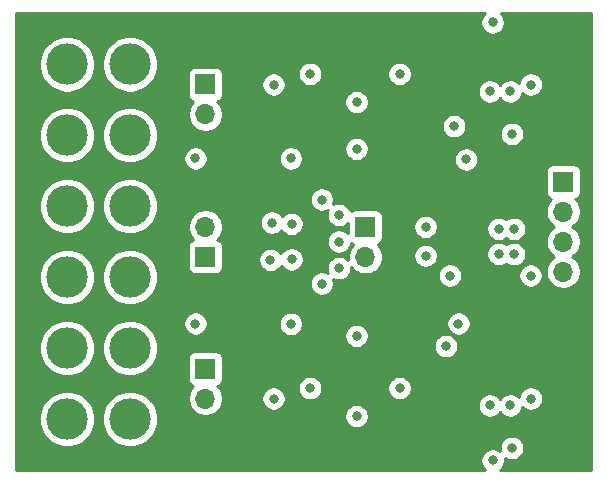
<source format=gbr>
%TF.GenerationSoftware,KiCad,Pcbnew,5.1.12-84ad8e8a86~92~ubuntu20.04.1*%
%TF.CreationDate,2022-02-02T22:22:09-05:00*%
%TF.ProjectId,emg-filter,656d672d-6669-46c7-9465-722e6b696361,rev?*%
%TF.SameCoordinates,Original*%
%TF.FileFunction,Copper,L3,Inr*%
%TF.FilePolarity,Positive*%
%FSLAX46Y46*%
G04 Gerber Fmt 4.6, Leading zero omitted, Abs format (unit mm)*
G04 Created by KiCad (PCBNEW 5.1.12-84ad8e8a86~92~ubuntu20.04.1) date 2022-02-02 22:22:09*
%MOMM*%
%LPD*%
G01*
G04 APERTURE LIST*
%TA.AperFunction,ComponentPad*%
%ADD10C,3.500000*%
%TD*%
%TA.AperFunction,ComponentPad*%
%ADD11O,1.700000X1.700000*%
%TD*%
%TA.AperFunction,ComponentPad*%
%ADD12R,1.700000X1.700000*%
%TD*%
%TA.AperFunction,ViaPad*%
%ADD13C,0.800000*%
%TD*%
%TA.AperFunction,Conductor*%
%ADD14C,0.254000*%
%TD*%
%TA.AperFunction,Conductor*%
%ADD15C,0.100000*%
%TD*%
G04 APERTURE END LIST*
D10*
%TO.N,GND*%
%TO.C,J11*%
X54500000Y-130000000D03*
%TO.N,/emg_module/-VIN_B*%
X59800000Y-130000000D03*
%TD*%
%TO.N,GND*%
%TO.C,J10*%
X54500000Y-124000000D03*
%TO.N,/emg_module/REF_B*%
X59800000Y-124000000D03*
%TD*%
D11*
%TO.N,/emg_module/sheet625420FC/-VIN_A_INA*%
%TO.C,J7*%
X66200000Y-113750000D03*
D12*
%TO.N,/emg_module/sheet625420FC/+VIN_B_INA*%
X66200000Y-116290000D03*
%TD*%
D11*
%TO.N,-5V*%
%TO.C,J2*%
X96500000Y-120085000D03*
%TO.N,/emg_module/OUT_B*%
X96500000Y-117545000D03*
%TO.N,GND*%
X96500000Y-115005000D03*
%TO.N,/emg_module/OUT_A*%
X96500000Y-112465000D03*
D12*
%TO.N,+5V*%
X96500000Y-109925000D03*
%TD*%
D10*
%TO.N,GND*%
%TO.C,J9*%
X54500000Y-118000000D03*
%TO.N,/emg_module/sheet625420FC/+VIN_B_INA*%
X59800000Y-118000000D03*
%TD*%
D11*
%TO.N,/emg_module/REF_B*%
%TO.C,J8*%
X79750000Y-116300000D03*
D12*
%TO.N,/emg_module/REF_A*%
X79750000Y-113760000D03*
%TD*%
D10*
%TO.N,GND*%
%TO.C,J6*%
X54500000Y-112000000D03*
%TO.N,/emg_module/sheet625420FC/-VIN_A_INA*%
X59800000Y-112000000D03*
%TD*%
%TO.N,GND*%
%TO.C,J5*%
X54500000Y-106000000D03*
%TO.N,/emg_module/REF_A*%
X59800000Y-106000000D03*
%TD*%
%TO.N,GND*%
%TO.C,J4*%
X54500000Y-100000000D03*
%TO.N,/emg_module/+VIN_A*%
X59800000Y-100000000D03*
%TD*%
D11*
%TO.N,/emg_module/-VIN_B*%
%TO.C,J3*%
X66200000Y-128290000D03*
D12*
%TO.N,/emg_module/REF_B*%
X66200000Y-125750000D03*
%TD*%
D11*
%TO.N,/emg_module/REF_A*%
%TO.C,J1*%
X66200000Y-104240000D03*
D12*
%TO.N,/emg_module/+VIN_A*%
X66200000Y-101700000D03*
%TD*%
D13*
%TO.N,-5V*%
X82800000Y-112075000D03*
X89625000Y-112075000D03*
X84810000Y-125675000D03*
X89125000Y-125050000D03*
X84810000Y-99085000D03*
X89125000Y-98460000D03*
X68500000Y-115000000D03*
%TO.N,GND*%
X76050000Y-118550000D03*
X87250000Y-105225000D03*
X73425000Y-121975000D03*
X86550000Y-123860000D03*
X90525000Y-133525000D03*
X90525000Y-96450000D03*
X73425000Y-107950000D03*
X65350000Y-121950000D03*
X65350000Y-107950000D03*
X76050000Y-111450000D03*
X79000000Y-107150000D03*
X79000000Y-122975002D03*
%TO.N,+5V*%
X77500000Y-115000000D03*
X77500000Y-112749990D03*
X77500000Y-117250000D03*
X93725000Y-117875000D03*
X79010000Y-129775000D03*
X92150000Y-132475000D03*
X79010000Y-103185000D03*
X92150000Y-105885000D03*
X86900000Y-117875000D03*
%TO.N,/emg_module/sheet625420F9/BP_NOTCH*%
X87625000Y-121950000D03*
X71974996Y-128300000D03*
%TO.N,/emg_module/sheet625420FA/BP_NOTCH*%
X88275000Y-108050000D03*
X71974996Y-101710000D03*
%TO.N,/emg_module/sheet625420F9/RECT_AMP*%
X91025000Y-116050000D03*
X92000000Y-128875000D03*
X93750000Y-128300000D03*
%TO.N,/emg_module/sheet625420FA/RECT_AMP*%
X91025000Y-113925000D03*
X92000000Y-102285000D03*
X93750000Y-101710000D03*
%TO.N,/emg_module/OUT_A*%
X92325000Y-113925000D03*
%TO.N,/emg_module/OUT_B*%
X92325000Y-116065000D03*
%TO.N,/emg_module/REF_A*%
X73500004Y-113500000D03*
%TO.N,/emg_module/REF_B*%
X73499999Y-116500000D03*
%TO.N,/emg_module/sheet625420FC/+VIN_B_INA*%
X71700000Y-116550002D03*
%TO.N,Net-(C5-Pad2)*%
X84850000Y-113750000D03*
%TO.N,Net-(C8-Pad2)*%
X84850000Y-116200000D03*
%TO.N,Net-(C15-Pad1)*%
X75075000Y-127400000D03*
X82650000Y-127400000D03*
%TO.N,Net-(C22-Pad1)*%
X75075000Y-100810000D03*
X82650000Y-100810000D03*
%TO.N,Net-(R22-Pad1)*%
X90275000Y-128875000D03*
%TO.N,Net-(R35-Pad1)*%
X90275000Y-102285000D03*
%TO.N,/emg_module/sheet625420FC/-VIN_A_INA*%
X71825000Y-113400000D03*
%TD*%
D14*
%TO.N,-5V*%
X89721063Y-95790226D02*
X89607795Y-95959744D01*
X89529774Y-96148102D01*
X89490000Y-96348061D01*
X89490000Y-96551939D01*
X89529774Y-96751898D01*
X89607795Y-96940256D01*
X89721063Y-97109774D01*
X89865226Y-97253937D01*
X90034744Y-97367205D01*
X90223102Y-97445226D01*
X90423061Y-97485000D01*
X90626939Y-97485000D01*
X90826898Y-97445226D01*
X91015256Y-97367205D01*
X91184774Y-97253937D01*
X91328937Y-97109774D01*
X91442205Y-96940256D01*
X91520226Y-96751898D01*
X91560000Y-96551939D01*
X91560000Y-96348061D01*
X91520226Y-96148102D01*
X91442205Y-95959744D01*
X91328937Y-95790226D01*
X91198711Y-95660000D01*
X98840000Y-95660000D01*
X98840001Y-134340000D01*
X91168217Y-134340000D01*
X91184774Y-134328937D01*
X91328937Y-134184774D01*
X91442205Y-134015256D01*
X91520226Y-133826898D01*
X91560000Y-133626939D01*
X91560000Y-133423061D01*
X91537633Y-133310613D01*
X91659744Y-133392205D01*
X91848102Y-133470226D01*
X92048061Y-133510000D01*
X92251939Y-133510000D01*
X92451898Y-133470226D01*
X92640256Y-133392205D01*
X92809774Y-133278937D01*
X92953937Y-133134774D01*
X93067205Y-132965256D01*
X93145226Y-132776898D01*
X93185000Y-132576939D01*
X93185000Y-132373061D01*
X93145226Y-132173102D01*
X93067205Y-131984744D01*
X92953937Y-131815226D01*
X92809774Y-131671063D01*
X92640256Y-131557795D01*
X92451898Y-131479774D01*
X92251939Y-131440000D01*
X92048061Y-131440000D01*
X91848102Y-131479774D01*
X91659744Y-131557795D01*
X91490226Y-131671063D01*
X91346063Y-131815226D01*
X91232795Y-131984744D01*
X91154774Y-132173102D01*
X91115000Y-132373061D01*
X91115000Y-132576939D01*
X91137367Y-132689387D01*
X91015256Y-132607795D01*
X90826898Y-132529774D01*
X90626939Y-132490000D01*
X90423061Y-132490000D01*
X90223102Y-132529774D01*
X90034744Y-132607795D01*
X89865226Y-132721063D01*
X89721063Y-132865226D01*
X89607795Y-133034744D01*
X89529774Y-133223102D01*
X89490000Y-133423061D01*
X89490000Y-133626939D01*
X89529774Y-133826898D01*
X89607795Y-134015256D01*
X89721063Y-134184774D01*
X89865226Y-134328937D01*
X89881783Y-134340000D01*
X50160000Y-134340000D01*
X50160000Y-129765098D01*
X52115000Y-129765098D01*
X52115000Y-130234902D01*
X52206654Y-130695679D01*
X52386440Y-131129721D01*
X52647450Y-131520349D01*
X52979651Y-131852550D01*
X53370279Y-132113560D01*
X53804321Y-132293346D01*
X54265098Y-132385000D01*
X54734902Y-132385000D01*
X55195679Y-132293346D01*
X55629721Y-132113560D01*
X56020349Y-131852550D01*
X56352550Y-131520349D01*
X56613560Y-131129721D01*
X56793346Y-130695679D01*
X56885000Y-130234902D01*
X56885000Y-129765098D01*
X57415000Y-129765098D01*
X57415000Y-130234902D01*
X57506654Y-130695679D01*
X57686440Y-131129721D01*
X57947450Y-131520349D01*
X58279651Y-131852550D01*
X58670279Y-132113560D01*
X59104321Y-132293346D01*
X59565098Y-132385000D01*
X60034902Y-132385000D01*
X60495679Y-132293346D01*
X60929721Y-132113560D01*
X61320349Y-131852550D01*
X61652550Y-131520349D01*
X61913560Y-131129721D01*
X62093346Y-130695679D01*
X62185000Y-130234902D01*
X62185000Y-129765098D01*
X62093346Y-129304321D01*
X61913560Y-128870279D01*
X61652550Y-128479651D01*
X61320349Y-128147450D01*
X60929721Y-127886440D01*
X60495679Y-127706654D01*
X60034902Y-127615000D01*
X59565098Y-127615000D01*
X59104321Y-127706654D01*
X58670279Y-127886440D01*
X58279651Y-128147450D01*
X57947450Y-128479651D01*
X57686440Y-128870279D01*
X57506654Y-129304321D01*
X57415000Y-129765098D01*
X56885000Y-129765098D01*
X56793346Y-129304321D01*
X56613560Y-128870279D01*
X56352550Y-128479651D01*
X56020349Y-128147450D01*
X55629721Y-127886440D01*
X55195679Y-127706654D01*
X54734902Y-127615000D01*
X54265098Y-127615000D01*
X53804321Y-127706654D01*
X53370279Y-127886440D01*
X52979651Y-128147450D01*
X52647450Y-128479651D01*
X52386440Y-128870279D01*
X52206654Y-129304321D01*
X52115000Y-129765098D01*
X50160000Y-129765098D01*
X50160000Y-123765098D01*
X52115000Y-123765098D01*
X52115000Y-124234902D01*
X52206654Y-124695679D01*
X52386440Y-125129721D01*
X52647450Y-125520349D01*
X52979651Y-125852550D01*
X53370279Y-126113560D01*
X53804321Y-126293346D01*
X54265098Y-126385000D01*
X54734902Y-126385000D01*
X55195679Y-126293346D01*
X55629721Y-126113560D01*
X56020349Y-125852550D01*
X56352550Y-125520349D01*
X56613560Y-125129721D01*
X56793346Y-124695679D01*
X56885000Y-124234902D01*
X56885000Y-123765098D01*
X57415000Y-123765098D01*
X57415000Y-124234902D01*
X57506654Y-124695679D01*
X57686440Y-125129721D01*
X57947450Y-125520349D01*
X58279651Y-125852550D01*
X58670279Y-126113560D01*
X59104321Y-126293346D01*
X59565098Y-126385000D01*
X60034902Y-126385000D01*
X60495679Y-126293346D01*
X60929721Y-126113560D01*
X61320349Y-125852550D01*
X61652550Y-125520349D01*
X61913560Y-125129721D01*
X62008713Y-124900000D01*
X64711928Y-124900000D01*
X64711928Y-126600000D01*
X64724188Y-126724482D01*
X64760498Y-126844180D01*
X64819463Y-126954494D01*
X64898815Y-127051185D01*
X64995506Y-127130537D01*
X65105820Y-127189502D01*
X65178380Y-127211513D01*
X65046525Y-127343368D01*
X64884010Y-127586589D01*
X64772068Y-127856842D01*
X64715000Y-128143740D01*
X64715000Y-128436260D01*
X64772068Y-128723158D01*
X64884010Y-128993411D01*
X65046525Y-129236632D01*
X65253368Y-129443475D01*
X65496589Y-129605990D01*
X65766842Y-129717932D01*
X66053740Y-129775000D01*
X66346260Y-129775000D01*
X66633158Y-129717932D01*
X66741486Y-129673061D01*
X77975000Y-129673061D01*
X77975000Y-129876939D01*
X78014774Y-130076898D01*
X78092795Y-130265256D01*
X78206063Y-130434774D01*
X78350226Y-130578937D01*
X78519744Y-130692205D01*
X78708102Y-130770226D01*
X78908061Y-130810000D01*
X79111939Y-130810000D01*
X79311898Y-130770226D01*
X79500256Y-130692205D01*
X79669774Y-130578937D01*
X79813937Y-130434774D01*
X79927205Y-130265256D01*
X80005226Y-130076898D01*
X80045000Y-129876939D01*
X80045000Y-129673061D01*
X80005226Y-129473102D01*
X79927205Y-129284744D01*
X79813937Y-129115226D01*
X79669774Y-128971063D01*
X79500256Y-128857795D01*
X79311898Y-128779774D01*
X79278150Y-128773061D01*
X89240000Y-128773061D01*
X89240000Y-128976939D01*
X89279774Y-129176898D01*
X89357795Y-129365256D01*
X89471063Y-129534774D01*
X89615226Y-129678937D01*
X89784744Y-129792205D01*
X89973102Y-129870226D01*
X90173061Y-129910000D01*
X90376939Y-129910000D01*
X90576898Y-129870226D01*
X90765256Y-129792205D01*
X90934774Y-129678937D01*
X91078937Y-129534774D01*
X91137500Y-129447128D01*
X91196063Y-129534774D01*
X91340226Y-129678937D01*
X91509744Y-129792205D01*
X91698102Y-129870226D01*
X91898061Y-129910000D01*
X92101939Y-129910000D01*
X92301898Y-129870226D01*
X92490256Y-129792205D01*
X92659774Y-129678937D01*
X92803937Y-129534774D01*
X92917205Y-129365256D01*
X92995226Y-129176898D01*
X93023092Y-129036803D01*
X93090226Y-129103937D01*
X93259744Y-129217205D01*
X93448102Y-129295226D01*
X93648061Y-129335000D01*
X93851939Y-129335000D01*
X94051898Y-129295226D01*
X94240256Y-129217205D01*
X94409774Y-129103937D01*
X94553937Y-128959774D01*
X94667205Y-128790256D01*
X94745226Y-128601898D01*
X94785000Y-128401939D01*
X94785000Y-128198061D01*
X94745226Y-127998102D01*
X94667205Y-127809744D01*
X94553937Y-127640226D01*
X94409774Y-127496063D01*
X94240256Y-127382795D01*
X94051898Y-127304774D01*
X93851939Y-127265000D01*
X93648061Y-127265000D01*
X93448102Y-127304774D01*
X93259744Y-127382795D01*
X93090226Y-127496063D01*
X92946063Y-127640226D01*
X92832795Y-127809744D01*
X92754774Y-127998102D01*
X92726908Y-128138197D01*
X92659774Y-128071063D01*
X92490256Y-127957795D01*
X92301898Y-127879774D01*
X92101939Y-127840000D01*
X91898061Y-127840000D01*
X91698102Y-127879774D01*
X91509744Y-127957795D01*
X91340226Y-128071063D01*
X91196063Y-128215226D01*
X91137500Y-128302872D01*
X91078937Y-128215226D01*
X90934774Y-128071063D01*
X90765256Y-127957795D01*
X90576898Y-127879774D01*
X90376939Y-127840000D01*
X90173061Y-127840000D01*
X89973102Y-127879774D01*
X89784744Y-127957795D01*
X89615226Y-128071063D01*
X89471063Y-128215226D01*
X89357795Y-128384744D01*
X89279774Y-128573102D01*
X89240000Y-128773061D01*
X79278150Y-128773061D01*
X79111939Y-128740000D01*
X78908061Y-128740000D01*
X78708102Y-128779774D01*
X78519744Y-128857795D01*
X78350226Y-128971063D01*
X78206063Y-129115226D01*
X78092795Y-129284744D01*
X78014774Y-129473102D01*
X77975000Y-129673061D01*
X66741486Y-129673061D01*
X66903411Y-129605990D01*
X67146632Y-129443475D01*
X67353475Y-129236632D01*
X67515990Y-128993411D01*
X67627932Y-128723158D01*
X67685000Y-128436260D01*
X67685000Y-128198061D01*
X70939996Y-128198061D01*
X70939996Y-128401939D01*
X70979770Y-128601898D01*
X71057791Y-128790256D01*
X71171059Y-128959774D01*
X71315222Y-129103937D01*
X71484740Y-129217205D01*
X71673098Y-129295226D01*
X71873057Y-129335000D01*
X72076935Y-129335000D01*
X72276894Y-129295226D01*
X72465252Y-129217205D01*
X72634770Y-129103937D01*
X72778933Y-128959774D01*
X72892201Y-128790256D01*
X72970222Y-128601898D01*
X73009996Y-128401939D01*
X73009996Y-128198061D01*
X72970222Y-127998102D01*
X72892201Y-127809744D01*
X72778933Y-127640226D01*
X72634770Y-127496063D01*
X72465252Y-127382795D01*
X72276894Y-127304774D01*
X72243146Y-127298061D01*
X74040000Y-127298061D01*
X74040000Y-127501939D01*
X74079774Y-127701898D01*
X74157795Y-127890256D01*
X74271063Y-128059774D01*
X74415226Y-128203937D01*
X74584744Y-128317205D01*
X74773102Y-128395226D01*
X74973061Y-128435000D01*
X75176939Y-128435000D01*
X75376898Y-128395226D01*
X75565256Y-128317205D01*
X75734774Y-128203937D01*
X75878937Y-128059774D01*
X75992205Y-127890256D01*
X76070226Y-127701898D01*
X76110000Y-127501939D01*
X76110000Y-127298061D01*
X81615000Y-127298061D01*
X81615000Y-127501939D01*
X81654774Y-127701898D01*
X81732795Y-127890256D01*
X81846063Y-128059774D01*
X81990226Y-128203937D01*
X82159744Y-128317205D01*
X82348102Y-128395226D01*
X82548061Y-128435000D01*
X82751939Y-128435000D01*
X82951898Y-128395226D01*
X83140256Y-128317205D01*
X83309774Y-128203937D01*
X83453937Y-128059774D01*
X83567205Y-127890256D01*
X83645226Y-127701898D01*
X83685000Y-127501939D01*
X83685000Y-127298061D01*
X83645226Y-127098102D01*
X83567205Y-126909744D01*
X83453937Y-126740226D01*
X83309774Y-126596063D01*
X83140256Y-126482795D01*
X82951898Y-126404774D01*
X82751939Y-126365000D01*
X82548061Y-126365000D01*
X82348102Y-126404774D01*
X82159744Y-126482795D01*
X81990226Y-126596063D01*
X81846063Y-126740226D01*
X81732795Y-126909744D01*
X81654774Y-127098102D01*
X81615000Y-127298061D01*
X76110000Y-127298061D01*
X76070226Y-127098102D01*
X75992205Y-126909744D01*
X75878937Y-126740226D01*
X75734774Y-126596063D01*
X75565256Y-126482795D01*
X75376898Y-126404774D01*
X75176939Y-126365000D01*
X74973061Y-126365000D01*
X74773102Y-126404774D01*
X74584744Y-126482795D01*
X74415226Y-126596063D01*
X74271063Y-126740226D01*
X74157795Y-126909744D01*
X74079774Y-127098102D01*
X74040000Y-127298061D01*
X72243146Y-127298061D01*
X72076935Y-127265000D01*
X71873057Y-127265000D01*
X71673098Y-127304774D01*
X71484740Y-127382795D01*
X71315222Y-127496063D01*
X71171059Y-127640226D01*
X71057791Y-127809744D01*
X70979770Y-127998102D01*
X70939996Y-128198061D01*
X67685000Y-128198061D01*
X67685000Y-128143740D01*
X67627932Y-127856842D01*
X67515990Y-127586589D01*
X67353475Y-127343368D01*
X67221620Y-127211513D01*
X67294180Y-127189502D01*
X67404494Y-127130537D01*
X67501185Y-127051185D01*
X67580537Y-126954494D01*
X67639502Y-126844180D01*
X67675812Y-126724482D01*
X67688072Y-126600000D01*
X67688072Y-124900000D01*
X67675812Y-124775518D01*
X67639502Y-124655820D01*
X67580537Y-124545506D01*
X67501185Y-124448815D01*
X67404494Y-124369463D01*
X67294180Y-124310498D01*
X67174482Y-124274188D01*
X67050000Y-124261928D01*
X65350000Y-124261928D01*
X65225518Y-124274188D01*
X65105820Y-124310498D01*
X64995506Y-124369463D01*
X64898815Y-124448815D01*
X64819463Y-124545506D01*
X64760498Y-124655820D01*
X64724188Y-124775518D01*
X64711928Y-124900000D01*
X62008713Y-124900000D01*
X62093346Y-124695679D01*
X62185000Y-124234902D01*
X62185000Y-123765098D01*
X62093346Y-123304321D01*
X61913560Y-122870279D01*
X61652550Y-122479651D01*
X61320349Y-122147450D01*
X60929721Y-121886440D01*
X60837066Y-121848061D01*
X64315000Y-121848061D01*
X64315000Y-122051939D01*
X64354774Y-122251898D01*
X64432795Y-122440256D01*
X64546063Y-122609774D01*
X64690226Y-122753937D01*
X64859744Y-122867205D01*
X65048102Y-122945226D01*
X65248061Y-122985000D01*
X65451939Y-122985000D01*
X65651898Y-122945226D01*
X65840256Y-122867205D01*
X66009774Y-122753937D01*
X66153937Y-122609774D01*
X66267205Y-122440256D01*
X66345226Y-122251898D01*
X66385000Y-122051939D01*
X66385000Y-121873061D01*
X72390000Y-121873061D01*
X72390000Y-122076939D01*
X72429774Y-122276898D01*
X72507795Y-122465256D01*
X72621063Y-122634774D01*
X72765226Y-122778937D01*
X72934744Y-122892205D01*
X73123102Y-122970226D01*
X73323061Y-123010000D01*
X73526939Y-123010000D01*
X73726898Y-122970226D01*
X73915256Y-122892205D01*
X73943904Y-122873063D01*
X77965000Y-122873063D01*
X77965000Y-123076941D01*
X78004774Y-123276900D01*
X78082795Y-123465258D01*
X78196063Y-123634776D01*
X78340226Y-123778939D01*
X78509744Y-123892207D01*
X78698102Y-123970228D01*
X78898061Y-124010002D01*
X79101939Y-124010002D01*
X79301898Y-123970228D01*
X79490256Y-123892207D01*
X79659774Y-123778939D01*
X79680652Y-123758061D01*
X85515000Y-123758061D01*
X85515000Y-123961939D01*
X85554774Y-124161898D01*
X85632795Y-124350256D01*
X85746063Y-124519774D01*
X85890226Y-124663937D01*
X86059744Y-124777205D01*
X86248102Y-124855226D01*
X86448061Y-124895000D01*
X86651939Y-124895000D01*
X86851898Y-124855226D01*
X87040256Y-124777205D01*
X87209774Y-124663937D01*
X87353937Y-124519774D01*
X87467205Y-124350256D01*
X87545226Y-124161898D01*
X87585000Y-123961939D01*
X87585000Y-123758061D01*
X87545226Y-123558102D01*
X87467205Y-123369744D01*
X87353937Y-123200226D01*
X87209774Y-123056063D01*
X87040256Y-122942795D01*
X86851898Y-122864774D01*
X86651939Y-122825000D01*
X86448061Y-122825000D01*
X86248102Y-122864774D01*
X86059744Y-122942795D01*
X85890226Y-123056063D01*
X85746063Y-123200226D01*
X85632795Y-123369744D01*
X85554774Y-123558102D01*
X85515000Y-123758061D01*
X79680652Y-123758061D01*
X79803937Y-123634776D01*
X79917205Y-123465258D01*
X79995226Y-123276900D01*
X80035000Y-123076941D01*
X80035000Y-122873063D01*
X79995226Y-122673104D01*
X79917205Y-122484746D01*
X79803937Y-122315228D01*
X79659774Y-122171065D01*
X79490256Y-122057797D01*
X79301898Y-121979776D01*
X79101939Y-121940002D01*
X78898061Y-121940002D01*
X78698102Y-121979776D01*
X78509744Y-122057797D01*
X78340226Y-122171065D01*
X78196063Y-122315228D01*
X78082795Y-122484746D01*
X78004774Y-122673104D01*
X77965000Y-122873063D01*
X73943904Y-122873063D01*
X74084774Y-122778937D01*
X74228937Y-122634774D01*
X74342205Y-122465256D01*
X74420226Y-122276898D01*
X74460000Y-122076939D01*
X74460000Y-121873061D01*
X74455028Y-121848061D01*
X86590000Y-121848061D01*
X86590000Y-122051939D01*
X86629774Y-122251898D01*
X86707795Y-122440256D01*
X86821063Y-122609774D01*
X86965226Y-122753937D01*
X87134744Y-122867205D01*
X87323102Y-122945226D01*
X87523061Y-122985000D01*
X87726939Y-122985000D01*
X87926898Y-122945226D01*
X88115256Y-122867205D01*
X88284774Y-122753937D01*
X88428937Y-122609774D01*
X88542205Y-122440256D01*
X88620226Y-122251898D01*
X88660000Y-122051939D01*
X88660000Y-121848061D01*
X88620226Y-121648102D01*
X88542205Y-121459744D01*
X88428937Y-121290226D01*
X88284774Y-121146063D01*
X88115256Y-121032795D01*
X87926898Y-120954774D01*
X87726939Y-120915000D01*
X87523061Y-120915000D01*
X87323102Y-120954774D01*
X87134744Y-121032795D01*
X86965226Y-121146063D01*
X86821063Y-121290226D01*
X86707795Y-121459744D01*
X86629774Y-121648102D01*
X86590000Y-121848061D01*
X74455028Y-121848061D01*
X74420226Y-121673102D01*
X74342205Y-121484744D01*
X74228937Y-121315226D01*
X74084774Y-121171063D01*
X73915256Y-121057795D01*
X73726898Y-120979774D01*
X73526939Y-120940000D01*
X73323061Y-120940000D01*
X73123102Y-120979774D01*
X72934744Y-121057795D01*
X72765226Y-121171063D01*
X72621063Y-121315226D01*
X72507795Y-121484744D01*
X72429774Y-121673102D01*
X72390000Y-121873061D01*
X66385000Y-121873061D01*
X66385000Y-121848061D01*
X66345226Y-121648102D01*
X66267205Y-121459744D01*
X66153937Y-121290226D01*
X66009774Y-121146063D01*
X65840256Y-121032795D01*
X65651898Y-120954774D01*
X65451939Y-120915000D01*
X65248061Y-120915000D01*
X65048102Y-120954774D01*
X64859744Y-121032795D01*
X64690226Y-121146063D01*
X64546063Y-121290226D01*
X64432795Y-121459744D01*
X64354774Y-121648102D01*
X64315000Y-121848061D01*
X60837066Y-121848061D01*
X60495679Y-121706654D01*
X60034902Y-121615000D01*
X59565098Y-121615000D01*
X59104321Y-121706654D01*
X58670279Y-121886440D01*
X58279651Y-122147450D01*
X57947450Y-122479651D01*
X57686440Y-122870279D01*
X57506654Y-123304321D01*
X57415000Y-123765098D01*
X56885000Y-123765098D01*
X56793346Y-123304321D01*
X56613560Y-122870279D01*
X56352550Y-122479651D01*
X56020349Y-122147450D01*
X55629721Y-121886440D01*
X55195679Y-121706654D01*
X54734902Y-121615000D01*
X54265098Y-121615000D01*
X53804321Y-121706654D01*
X53370279Y-121886440D01*
X52979651Y-122147450D01*
X52647450Y-122479651D01*
X52386440Y-122870279D01*
X52206654Y-123304321D01*
X52115000Y-123765098D01*
X50160000Y-123765098D01*
X50160000Y-117765098D01*
X52115000Y-117765098D01*
X52115000Y-118234902D01*
X52206654Y-118695679D01*
X52386440Y-119129721D01*
X52647450Y-119520349D01*
X52979651Y-119852550D01*
X53370279Y-120113560D01*
X53804321Y-120293346D01*
X54265098Y-120385000D01*
X54734902Y-120385000D01*
X55195679Y-120293346D01*
X55629721Y-120113560D01*
X56020349Y-119852550D01*
X56352550Y-119520349D01*
X56613560Y-119129721D01*
X56793346Y-118695679D01*
X56885000Y-118234902D01*
X56885000Y-117765098D01*
X57415000Y-117765098D01*
X57415000Y-118234902D01*
X57506654Y-118695679D01*
X57686440Y-119129721D01*
X57947450Y-119520349D01*
X58279651Y-119852550D01*
X58670279Y-120113560D01*
X59104321Y-120293346D01*
X59565098Y-120385000D01*
X60034902Y-120385000D01*
X60495679Y-120293346D01*
X60929721Y-120113560D01*
X61320349Y-119852550D01*
X61652550Y-119520349D01*
X61913560Y-119129721D01*
X62093346Y-118695679D01*
X62185000Y-118234902D01*
X62185000Y-117765098D01*
X62093346Y-117304321D01*
X61913560Y-116870279D01*
X61652550Y-116479651D01*
X61320349Y-116147450D01*
X60929721Y-115886440D01*
X60495679Y-115706654D01*
X60034902Y-115615000D01*
X59565098Y-115615000D01*
X59104321Y-115706654D01*
X58670279Y-115886440D01*
X58279651Y-116147450D01*
X57947450Y-116479651D01*
X57686440Y-116870279D01*
X57506654Y-117304321D01*
X57415000Y-117765098D01*
X56885000Y-117765098D01*
X56793346Y-117304321D01*
X56613560Y-116870279D01*
X56352550Y-116479651D01*
X56020349Y-116147450D01*
X55629721Y-115886440D01*
X55195679Y-115706654D01*
X54734902Y-115615000D01*
X54265098Y-115615000D01*
X53804321Y-115706654D01*
X53370279Y-115886440D01*
X52979651Y-116147450D01*
X52647450Y-116479651D01*
X52386440Y-116870279D01*
X52206654Y-117304321D01*
X52115000Y-117765098D01*
X50160000Y-117765098D01*
X50160000Y-115440000D01*
X64711928Y-115440000D01*
X64711928Y-117140000D01*
X64724188Y-117264482D01*
X64760498Y-117384180D01*
X64819463Y-117494494D01*
X64898815Y-117591185D01*
X64995506Y-117670537D01*
X65105820Y-117729502D01*
X65225518Y-117765812D01*
X65350000Y-117778072D01*
X67050000Y-117778072D01*
X67174482Y-117765812D01*
X67294180Y-117729502D01*
X67404494Y-117670537D01*
X67501185Y-117591185D01*
X67580537Y-117494494D01*
X67639502Y-117384180D01*
X67675812Y-117264482D01*
X67688072Y-117140000D01*
X67688072Y-116448063D01*
X70665000Y-116448063D01*
X70665000Y-116651941D01*
X70704774Y-116851900D01*
X70782795Y-117040258D01*
X70896063Y-117209776D01*
X71040226Y-117353939D01*
X71209744Y-117467207D01*
X71398102Y-117545228D01*
X71598061Y-117585002D01*
X71801939Y-117585002D01*
X72001898Y-117545228D01*
X72190256Y-117467207D01*
X72359774Y-117353939D01*
X72503937Y-117209776D01*
X72616705Y-117041007D01*
X72696062Y-117159774D01*
X72840225Y-117303937D01*
X73009743Y-117417205D01*
X73198101Y-117495226D01*
X73398060Y-117535000D01*
X73601938Y-117535000D01*
X73801897Y-117495226D01*
X73990255Y-117417205D01*
X74159773Y-117303937D01*
X74303936Y-117159774D01*
X74417204Y-116990256D01*
X74495225Y-116801898D01*
X74534999Y-116601939D01*
X74534999Y-116398061D01*
X74495225Y-116198102D01*
X74417204Y-116009744D01*
X74303936Y-115840226D01*
X74159773Y-115696063D01*
X73990255Y-115582795D01*
X73801897Y-115504774D01*
X73601938Y-115465000D01*
X73398060Y-115465000D01*
X73198101Y-115504774D01*
X73009743Y-115582795D01*
X72840225Y-115696063D01*
X72696062Y-115840226D01*
X72583294Y-116008995D01*
X72503937Y-115890228D01*
X72359774Y-115746065D01*
X72190256Y-115632797D01*
X72001898Y-115554776D01*
X71801939Y-115515002D01*
X71598061Y-115515002D01*
X71398102Y-115554776D01*
X71209744Y-115632797D01*
X71040226Y-115746065D01*
X70896063Y-115890228D01*
X70782795Y-116059746D01*
X70704774Y-116248104D01*
X70665000Y-116448063D01*
X67688072Y-116448063D01*
X67688072Y-115440000D01*
X67675812Y-115315518D01*
X67639502Y-115195820D01*
X67580537Y-115085506D01*
X67501185Y-114988815D01*
X67404494Y-114909463D01*
X67294180Y-114850498D01*
X67221620Y-114828487D01*
X67353475Y-114696632D01*
X67515990Y-114453411D01*
X67627932Y-114183158D01*
X67685000Y-113896260D01*
X67685000Y-113603740D01*
X67627932Y-113316842D01*
X67620153Y-113298061D01*
X70790000Y-113298061D01*
X70790000Y-113501939D01*
X70829774Y-113701898D01*
X70907795Y-113890256D01*
X71021063Y-114059774D01*
X71165226Y-114203937D01*
X71334744Y-114317205D01*
X71523102Y-114395226D01*
X71723061Y-114435000D01*
X71926939Y-114435000D01*
X72126898Y-114395226D01*
X72315256Y-114317205D01*
X72484774Y-114203937D01*
X72628937Y-114059774D01*
X72629093Y-114059540D01*
X72696067Y-114159774D01*
X72840230Y-114303937D01*
X73009748Y-114417205D01*
X73198106Y-114495226D01*
X73398065Y-114535000D01*
X73601943Y-114535000D01*
X73801902Y-114495226D01*
X73990260Y-114417205D01*
X74159778Y-114303937D01*
X74303941Y-114159774D01*
X74417209Y-113990256D01*
X74495230Y-113801898D01*
X74535004Y-113601939D01*
X74535004Y-113398061D01*
X74495230Y-113198102D01*
X74417209Y-113009744D01*
X74303941Y-112840226D01*
X74159778Y-112696063D01*
X73990260Y-112582795D01*
X73801902Y-112504774D01*
X73601943Y-112465000D01*
X73398065Y-112465000D01*
X73198106Y-112504774D01*
X73009748Y-112582795D01*
X72840230Y-112696063D01*
X72696067Y-112840226D01*
X72695911Y-112840460D01*
X72628937Y-112740226D01*
X72484774Y-112596063D01*
X72315256Y-112482795D01*
X72126898Y-112404774D01*
X71926939Y-112365000D01*
X71723061Y-112365000D01*
X71523102Y-112404774D01*
X71334744Y-112482795D01*
X71165226Y-112596063D01*
X71021063Y-112740226D01*
X70907795Y-112909744D01*
X70829774Y-113098102D01*
X70790000Y-113298061D01*
X67620153Y-113298061D01*
X67515990Y-113046589D01*
X67353475Y-112803368D01*
X67146632Y-112596525D01*
X66903411Y-112434010D01*
X66633158Y-112322068D01*
X66346260Y-112265000D01*
X66053740Y-112265000D01*
X65766842Y-112322068D01*
X65496589Y-112434010D01*
X65253368Y-112596525D01*
X65046525Y-112803368D01*
X64884010Y-113046589D01*
X64772068Y-113316842D01*
X64715000Y-113603740D01*
X64715000Y-113896260D01*
X64772068Y-114183158D01*
X64884010Y-114453411D01*
X65046525Y-114696632D01*
X65178380Y-114828487D01*
X65105820Y-114850498D01*
X64995506Y-114909463D01*
X64898815Y-114988815D01*
X64819463Y-115085506D01*
X64760498Y-115195820D01*
X64724188Y-115315518D01*
X64711928Y-115440000D01*
X50160000Y-115440000D01*
X50160000Y-111765098D01*
X52115000Y-111765098D01*
X52115000Y-112234902D01*
X52206654Y-112695679D01*
X52386440Y-113129721D01*
X52647450Y-113520349D01*
X52979651Y-113852550D01*
X53370279Y-114113560D01*
X53804321Y-114293346D01*
X54265098Y-114385000D01*
X54734902Y-114385000D01*
X55195679Y-114293346D01*
X55629721Y-114113560D01*
X56020349Y-113852550D01*
X56352550Y-113520349D01*
X56613560Y-113129721D01*
X56793346Y-112695679D01*
X56885000Y-112234902D01*
X56885000Y-111765098D01*
X57415000Y-111765098D01*
X57415000Y-112234902D01*
X57506654Y-112695679D01*
X57686440Y-113129721D01*
X57947450Y-113520349D01*
X58279651Y-113852550D01*
X58670279Y-114113560D01*
X59104321Y-114293346D01*
X59565098Y-114385000D01*
X60034902Y-114385000D01*
X60495679Y-114293346D01*
X60929721Y-114113560D01*
X61320349Y-113852550D01*
X61652550Y-113520349D01*
X61913560Y-113129721D01*
X62093346Y-112695679D01*
X62185000Y-112234902D01*
X62185000Y-111765098D01*
X62102047Y-111348061D01*
X75015000Y-111348061D01*
X75015000Y-111551939D01*
X75054774Y-111751898D01*
X75132795Y-111940256D01*
X75246063Y-112109774D01*
X75390226Y-112253937D01*
X75559744Y-112367205D01*
X75748102Y-112445226D01*
X75948061Y-112485000D01*
X76151939Y-112485000D01*
X76351898Y-112445226D01*
X76537869Y-112368194D01*
X76504774Y-112448092D01*
X76465000Y-112648051D01*
X76465000Y-112851929D01*
X76504774Y-113051888D01*
X76582795Y-113240246D01*
X76696063Y-113409764D01*
X76840226Y-113553927D01*
X77009744Y-113667195D01*
X77198102Y-113745216D01*
X77398061Y-113784990D01*
X77601939Y-113784990D01*
X77801898Y-113745216D01*
X77990256Y-113667195D01*
X78159774Y-113553927D01*
X78261928Y-113451773D01*
X78261928Y-114298217D01*
X78159774Y-114196063D01*
X77990256Y-114082795D01*
X77801898Y-114004774D01*
X77601939Y-113965000D01*
X77398061Y-113965000D01*
X77198102Y-114004774D01*
X77009744Y-114082795D01*
X76840226Y-114196063D01*
X76696063Y-114340226D01*
X76582795Y-114509744D01*
X76504774Y-114698102D01*
X76465000Y-114898061D01*
X76465000Y-115101939D01*
X76504774Y-115301898D01*
X76582795Y-115490256D01*
X76696063Y-115659774D01*
X76840226Y-115803937D01*
X77009744Y-115917205D01*
X77198102Y-115995226D01*
X77398061Y-116035000D01*
X77601939Y-116035000D01*
X77801898Y-115995226D01*
X77990256Y-115917205D01*
X78159774Y-115803937D01*
X78303937Y-115659774D01*
X78417205Y-115490256D01*
X78495226Y-115301898D01*
X78529874Y-115127708D01*
X78545506Y-115140537D01*
X78655820Y-115199502D01*
X78728380Y-115221513D01*
X78596525Y-115353368D01*
X78434010Y-115596589D01*
X78322068Y-115866842D01*
X78265000Y-116153740D01*
X78265000Y-116446260D01*
X78291079Y-116577368D01*
X78159774Y-116446063D01*
X77990256Y-116332795D01*
X77801898Y-116254774D01*
X77601939Y-116215000D01*
X77398061Y-116215000D01*
X77198102Y-116254774D01*
X77009744Y-116332795D01*
X76840226Y-116446063D01*
X76696063Y-116590226D01*
X76582795Y-116759744D01*
X76504774Y-116948102D01*
X76465000Y-117148061D01*
X76465000Y-117351939D01*
X76504774Y-117551898D01*
X76537874Y-117631808D01*
X76351898Y-117554774D01*
X76151939Y-117515000D01*
X75948061Y-117515000D01*
X75748102Y-117554774D01*
X75559744Y-117632795D01*
X75390226Y-117746063D01*
X75246063Y-117890226D01*
X75132795Y-118059744D01*
X75054774Y-118248102D01*
X75015000Y-118448061D01*
X75015000Y-118651939D01*
X75054774Y-118851898D01*
X75132795Y-119040256D01*
X75246063Y-119209774D01*
X75390226Y-119353937D01*
X75559744Y-119467205D01*
X75748102Y-119545226D01*
X75948061Y-119585000D01*
X76151939Y-119585000D01*
X76351898Y-119545226D01*
X76540256Y-119467205D01*
X76709774Y-119353937D01*
X76853937Y-119209774D01*
X76967205Y-119040256D01*
X77045226Y-118851898D01*
X77085000Y-118651939D01*
X77085000Y-118448061D01*
X77045226Y-118248102D01*
X77012126Y-118168192D01*
X77198102Y-118245226D01*
X77398061Y-118285000D01*
X77601939Y-118285000D01*
X77801898Y-118245226D01*
X77990256Y-118167205D01*
X78159774Y-118053937D01*
X78303937Y-117909774D01*
X78417205Y-117740256D01*
X78495226Y-117551898D01*
X78535000Y-117351939D01*
X78535000Y-117154553D01*
X78596525Y-117246632D01*
X78803368Y-117453475D01*
X79046589Y-117615990D01*
X79316842Y-117727932D01*
X79603740Y-117785000D01*
X79896260Y-117785000D01*
X79956280Y-117773061D01*
X85865000Y-117773061D01*
X85865000Y-117976939D01*
X85904774Y-118176898D01*
X85982795Y-118365256D01*
X86096063Y-118534774D01*
X86240226Y-118678937D01*
X86409744Y-118792205D01*
X86598102Y-118870226D01*
X86798061Y-118910000D01*
X87001939Y-118910000D01*
X87201898Y-118870226D01*
X87390256Y-118792205D01*
X87559774Y-118678937D01*
X87703937Y-118534774D01*
X87817205Y-118365256D01*
X87895226Y-118176898D01*
X87935000Y-117976939D01*
X87935000Y-117773061D01*
X92690000Y-117773061D01*
X92690000Y-117976939D01*
X92729774Y-118176898D01*
X92807795Y-118365256D01*
X92921063Y-118534774D01*
X93065226Y-118678937D01*
X93234744Y-118792205D01*
X93423102Y-118870226D01*
X93623061Y-118910000D01*
X93826939Y-118910000D01*
X94026898Y-118870226D01*
X94215256Y-118792205D01*
X94384774Y-118678937D01*
X94528937Y-118534774D01*
X94642205Y-118365256D01*
X94720226Y-118176898D01*
X94760000Y-117976939D01*
X94760000Y-117773061D01*
X94720226Y-117573102D01*
X94642205Y-117384744D01*
X94528937Y-117215226D01*
X94384774Y-117071063D01*
X94215256Y-116957795D01*
X94026898Y-116879774D01*
X93826939Y-116840000D01*
X93623061Y-116840000D01*
X93423102Y-116879774D01*
X93234744Y-116957795D01*
X93065226Y-117071063D01*
X92921063Y-117215226D01*
X92807795Y-117384744D01*
X92729774Y-117573102D01*
X92690000Y-117773061D01*
X87935000Y-117773061D01*
X87895226Y-117573102D01*
X87817205Y-117384744D01*
X87703937Y-117215226D01*
X87559774Y-117071063D01*
X87390256Y-116957795D01*
X87201898Y-116879774D01*
X87001939Y-116840000D01*
X86798061Y-116840000D01*
X86598102Y-116879774D01*
X86409744Y-116957795D01*
X86240226Y-117071063D01*
X86096063Y-117215226D01*
X85982795Y-117384744D01*
X85904774Y-117573102D01*
X85865000Y-117773061D01*
X79956280Y-117773061D01*
X80183158Y-117727932D01*
X80453411Y-117615990D01*
X80696632Y-117453475D01*
X80903475Y-117246632D01*
X81065990Y-117003411D01*
X81177932Y-116733158D01*
X81235000Y-116446260D01*
X81235000Y-116153740D01*
X81223925Y-116098061D01*
X83815000Y-116098061D01*
X83815000Y-116301939D01*
X83854774Y-116501898D01*
X83932795Y-116690256D01*
X84046063Y-116859774D01*
X84190226Y-117003937D01*
X84359744Y-117117205D01*
X84548102Y-117195226D01*
X84748061Y-117235000D01*
X84951939Y-117235000D01*
X85151898Y-117195226D01*
X85340256Y-117117205D01*
X85509774Y-117003937D01*
X85653937Y-116859774D01*
X85767205Y-116690256D01*
X85845226Y-116501898D01*
X85885000Y-116301939D01*
X85885000Y-116098061D01*
X85855164Y-115948061D01*
X89990000Y-115948061D01*
X89990000Y-116151939D01*
X90029774Y-116351898D01*
X90107795Y-116540256D01*
X90221063Y-116709774D01*
X90365226Y-116853937D01*
X90534744Y-116967205D01*
X90723102Y-117045226D01*
X90923061Y-117085000D01*
X91126939Y-117085000D01*
X91326898Y-117045226D01*
X91515256Y-116967205D01*
X91664064Y-116867775D01*
X91665226Y-116868937D01*
X91834744Y-116982205D01*
X92023102Y-117060226D01*
X92223061Y-117100000D01*
X92426939Y-117100000D01*
X92626898Y-117060226D01*
X92815256Y-116982205D01*
X92984774Y-116868937D01*
X93128937Y-116724774D01*
X93242205Y-116555256D01*
X93320226Y-116366898D01*
X93360000Y-116166939D01*
X93360000Y-115963061D01*
X93320226Y-115763102D01*
X93242205Y-115574744D01*
X93128937Y-115405226D01*
X92984774Y-115261063D01*
X92815256Y-115147795D01*
X92626898Y-115069774D01*
X92426939Y-115030000D01*
X92223061Y-115030000D01*
X92023102Y-115069774D01*
X91834744Y-115147795D01*
X91685936Y-115247225D01*
X91684774Y-115246063D01*
X91515256Y-115132795D01*
X91326898Y-115054774D01*
X91126939Y-115015000D01*
X90923061Y-115015000D01*
X90723102Y-115054774D01*
X90534744Y-115132795D01*
X90365226Y-115246063D01*
X90221063Y-115390226D01*
X90107795Y-115559744D01*
X90029774Y-115748102D01*
X89990000Y-115948061D01*
X85855164Y-115948061D01*
X85845226Y-115898102D01*
X85767205Y-115709744D01*
X85653937Y-115540226D01*
X85509774Y-115396063D01*
X85340256Y-115282795D01*
X85151898Y-115204774D01*
X84951939Y-115165000D01*
X84748061Y-115165000D01*
X84548102Y-115204774D01*
X84359744Y-115282795D01*
X84190226Y-115396063D01*
X84046063Y-115540226D01*
X83932795Y-115709744D01*
X83854774Y-115898102D01*
X83815000Y-116098061D01*
X81223925Y-116098061D01*
X81177932Y-115866842D01*
X81065990Y-115596589D01*
X80903475Y-115353368D01*
X80771620Y-115221513D01*
X80844180Y-115199502D01*
X80954494Y-115140537D01*
X81051185Y-115061185D01*
X81130537Y-114964494D01*
X81189502Y-114854180D01*
X81225812Y-114734482D01*
X81238072Y-114610000D01*
X81238072Y-113648061D01*
X83815000Y-113648061D01*
X83815000Y-113851939D01*
X83854774Y-114051898D01*
X83932795Y-114240256D01*
X84046063Y-114409774D01*
X84190226Y-114553937D01*
X84359744Y-114667205D01*
X84548102Y-114745226D01*
X84748061Y-114785000D01*
X84951939Y-114785000D01*
X85151898Y-114745226D01*
X85340256Y-114667205D01*
X85509774Y-114553937D01*
X85653937Y-114409774D01*
X85767205Y-114240256D01*
X85845226Y-114051898D01*
X85885000Y-113851939D01*
X85885000Y-113823061D01*
X89990000Y-113823061D01*
X89990000Y-114026939D01*
X90029774Y-114226898D01*
X90107795Y-114415256D01*
X90221063Y-114584774D01*
X90365226Y-114728937D01*
X90534744Y-114842205D01*
X90723102Y-114920226D01*
X90923061Y-114960000D01*
X91126939Y-114960000D01*
X91326898Y-114920226D01*
X91515256Y-114842205D01*
X91675000Y-114735468D01*
X91834744Y-114842205D01*
X92023102Y-114920226D01*
X92223061Y-114960000D01*
X92426939Y-114960000D01*
X92626898Y-114920226D01*
X92815256Y-114842205D01*
X92984774Y-114728937D01*
X93128937Y-114584774D01*
X93242205Y-114415256D01*
X93320226Y-114226898D01*
X93360000Y-114026939D01*
X93360000Y-113823061D01*
X93320226Y-113623102D01*
X93242205Y-113434744D01*
X93128937Y-113265226D01*
X92984774Y-113121063D01*
X92815256Y-113007795D01*
X92626898Y-112929774D01*
X92426939Y-112890000D01*
X92223061Y-112890000D01*
X92023102Y-112929774D01*
X91834744Y-113007795D01*
X91675000Y-113114532D01*
X91515256Y-113007795D01*
X91326898Y-112929774D01*
X91126939Y-112890000D01*
X90923061Y-112890000D01*
X90723102Y-112929774D01*
X90534744Y-113007795D01*
X90365226Y-113121063D01*
X90221063Y-113265226D01*
X90107795Y-113434744D01*
X90029774Y-113623102D01*
X89990000Y-113823061D01*
X85885000Y-113823061D01*
X85885000Y-113648061D01*
X85845226Y-113448102D01*
X85767205Y-113259744D01*
X85653937Y-113090226D01*
X85509774Y-112946063D01*
X85340256Y-112832795D01*
X85151898Y-112754774D01*
X84951939Y-112715000D01*
X84748061Y-112715000D01*
X84548102Y-112754774D01*
X84359744Y-112832795D01*
X84190226Y-112946063D01*
X84046063Y-113090226D01*
X83932795Y-113259744D01*
X83854774Y-113448102D01*
X83815000Y-113648061D01*
X81238072Y-113648061D01*
X81238072Y-112910000D01*
X81225812Y-112785518D01*
X81189502Y-112665820D01*
X81130537Y-112555506D01*
X81051185Y-112458815D01*
X80954494Y-112379463D01*
X80844180Y-112320498D01*
X80724482Y-112284188D01*
X80600000Y-112271928D01*
X78900000Y-112271928D01*
X78775518Y-112284188D01*
X78655820Y-112320498D01*
X78545506Y-112379463D01*
X78486767Y-112427669D01*
X78417205Y-112259734D01*
X78303937Y-112090216D01*
X78159774Y-111946053D01*
X77990256Y-111832785D01*
X77801898Y-111754764D01*
X77601939Y-111714990D01*
X77398061Y-111714990D01*
X77198102Y-111754764D01*
X77012131Y-111831796D01*
X77045226Y-111751898D01*
X77085000Y-111551939D01*
X77085000Y-111348061D01*
X77045226Y-111148102D01*
X76967205Y-110959744D01*
X76853937Y-110790226D01*
X76709774Y-110646063D01*
X76540256Y-110532795D01*
X76351898Y-110454774D01*
X76151939Y-110415000D01*
X75948061Y-110415000D01*
X75748102Y-110454774D01*
X75559744Y-110532795D01*
X75390226Y-110646063D01*
X75246063Y-110790226D01*
X75132795Y-110959744D01*
X75054774Y-111148102D01*
X75015000Y-111348061D01*
X62102047Y-111348061D01*
X62093346Y-111304321D01*
X61913560Y-110870279D01*
X61652550Y-110479651D01*
X61320349Y-110147450D01*
X60929721Y-109886440D01*
X60495679Y-109706654D01*
X60034902Y-109615000D01*
X59565098Y-109615000D01*
X59104321Y-109706654D01*
X58670279Y-109886440D01*
X58279651Y-110147450D01*
X57947450Y-110479651D01*
X57686440Y-110870279D01*
X57506654Y-111304321D01*
X57415000Y-111765098D01*
X56885000Y-111765098D01*
X56793346Y-111304321D01*
X56613560Y-110870279D01*
X56352550Y-110479651D01*
X56020349Y-110147450D01*
X55629721Y-109886440D01*
X55195679Y-109706654D01*
X54734902Y-109615000D01*
X54265098Y-109615000D01*
X53804321Y-109706654D01*
X53370279Y-109886440D01*
X52979651Y-110147450D01*
X52647450Y-110479651D01*
X52386440Y-110870279D01*
X52206654Y-111304321D01*
X52115000Y-111765098D01*
X50160000Y-111765098D01*
X50160000Y-105765098D01*
X52115000Y-105765098D01*
X52115000Y-106234902D01*
X52206654Y-106695679D01*
X52386440Y-107129721D01*
X52647450Y-107520349D01*
X52979651Y-107852550D01*
X53370279Y-108113560D01*
X53804321Y-108293346D01*
X54265098Y-108385000D01*
X54734902Y-108385000D01*
X55195679Y-108293346D01*
X55629721Y-108113560D01*
X56020349Y-107852550D01*
X56352550Y-107520349D01*
X56613560Y-107129721D01*
X56793346Y-106695679D01*
X56885000Y-106234902D01*
X56885000Y-105765098D01*
X57415000Y-105765098D01*
X57415000Y-106234902D01*
X57506654Y-106695679D01*
X57686440Y-107129721D01*
X57947450Y-107520349D01*
X58279651Y-107852550D01*
X58670279Y-108113560D01*
X59104321Y-108293346D01*
X59565098Y-108385000D01*
X60034902Y-108385000D01*
X60495679Y-108293346D01*
X60929721Y-108113560D01*
X61320349Y-107852550D01*
X61324838Y-107848061D01*
X64315000Y-107848061D01*
X64315000Y-108051939D01*
X64354774Y-108251898D01*
X64432795Y-108440256D01*
X64546063Y-108609774D01*
X64690226Y-108753937D01*
X64859744Y-108867205D01*
X65048102Y-108945226D01*
X65248061Y-108985000D01*
X65451939Y-108985000D01*
X65651898Y-108945226D01*
X65840256Y-108867205D01*
X66009774Y-108753937D01*
X66153937Y-108609774D01*
X66267205Y-108440256D01*
X66345226Y-108251898D01*
X66385000Y-108051939D01*
X66385000Y-107848061D01*
X72390000Y-107848061D01*
X72390000Y-108051939D01*
X72429774Y-108251898D01*
X72507795Y-108440256D01*
X72621063Y-108609774D01*
X72765226Y-108753937D01*
X72934744Y-108867205D01*
X73123102Y-108945226D01*
X73323061Y-108985000D01*
X73526939Y-108985000D01*
X73726898Y-108945226D01*
X73915256Y-108867205D01*
X74084774Y-108753937D01*
X74228937Y-108609774D01*
X74342205Y-108440256D01*
X74420226Y-108251898D01*
X74460000Y-108051939D01*
X74460000Y-107848061D01*
X74420226Y-107648102D01*
X74342205Y-107459744D01*
X74228937Y-107290226D01*
X74084774Y-107146063D01*
X73938104Y-107048061D01*
X77965000Y-107048061D01*
X77965000Y-107251939D01*
X78004774Y-107451898D01*
X78082795Y-107640256D01*
X78196063Y-107809774D01*
X78340226Y-107953937D01*
X78509744Y-108067205D01*
X78698102Y-108145226D01*
X78898061Y-108185000D01*
X79101939Y-108185000D01*
X79301898Y-108145226D01*
X79490256Y-108067205D01*
X79659774Y-107953937D01*
X79665650Y-107948061D01*
X87240000Y-107948061D01*
X87240000Y-108151939D01*
X87279774Y-108351898D01*
X87357795Y-108540256D01*
X87471063Y-108709774D01*
X87615226Y-108853937D01*
X87784744Y-108967205D01*
X87973102Y-109045226D01*
X88173061Y-109085000D01*
X88376939Y-109085000D01*
X88427212Y-109075000D01*
X95011928Y-109075000D01*
X95011928Y-110775000D01*
X95024188Y-110899482D01*
X95060498Y-111019180D01*
X95119463Y-111129494D01*
X95198815Y-111226185D01*
X95295506Y-111305537D01*
X95405820Y-111364502D01*
X95478380Y-111386513D01*
X95346525Y-111518368D01*
X95184010Y-111761589D01*
X95072068Y-112031842D01*
X95015000Y-112318740D01*
X95015000Y-112611260D01*
X95072068Y-112898158D01*
X95184010Y-113168411D01*
X95346525Y-113411632D01*
X95553368Y-113618475D01*
X95727760Y-113735000D01*
X95553368Y-113851525D01*
X95346525Y-114058368D01*
X95184010Y-114301589D01*
X95072068Y-114571842D01*
X95015000Y-114858740D01*
X95015000Y-115151260D01*
X95072068Y-115438158D01*
X95184010Y-115708411D01*
X95346525Y-115951632D01*
X95553368Y-116158475D01*
X95727760Y-116275000D01*
X95553368Y-116391525D01*
X95346525Y-116598368D01*
X95184010Y-116841589D01*
X95072068Y-117111842D01*
X95015000Y-117398740D01*
X95015000Y-117691260D01*
X95072068Y-117978158D01*
X95184010Y-118248411D01*
X95346525Y-118491632D01*
X95553368Y-118698475D01*
X95796589Y-118860990D01*
X96066842Y-118972932D01*
X96353740Y-119030000D01*
X96646260Y-119030000D01*
X96933158Y-118972932D01*
X97203411Y-118860990D01*
X97446632Y-118698475D01*
X97653475Y-118491632D01*
X97815990Y-118248411D01*
X97927932Y-117978158D01*
X97985000Y-117691260D01*
X97985000Y-117398740D01*
X97927932Y-117111842D01*
X97815990Y-116841589D01*
X97653475Y-116598368D01*
X97446632Y-116391525D01*
X97272240Y-116275000D01*
X97446632Y-116158475D01*
X97653475Y-115951632D01*
X97815990Y-115708411D01*
X97927932Y-115438158D01*
X97985000Y-115151260D01*
X97985000Y-114858740D01*
X97927932Y-114571842D01*
X97815990Y-114301589D01*
X97653475Y-114058368D01*
X97446632Y-113851525D01*
X97272240Y-113735000D01*
X97446632Y-113618475D01*
X97653475Y-113411632D01*
X97815990Y-113168411D01*
X97927932Y-112898158D01*
X97985000Y-112611260D01*
X97985000Y-112318740D01*
X97927932Y-112031842D01*
X97815990Y-111761589D01*
X97653475Y-111518368D01*
X97521620Y-111386513D01*
X97594180Y-111364502D01*
X97704494Y-111305537D01*
X97801185Y-111226185D01*
X97880537Y-111129494D01*
X97939502Y-111019180D01*
X97975812Y-110899482D01*
X97988072Y-110775000D01*
X97988072Y-109075000D01*
X97975812Y-108950518D01*
X97939502Y-108830820D01*
X97880537Y-108720506D01*
X97801185Y-108623815D01*
X97704494Y-108544463D01*
X97594180Y-108485498D01*
X97474482Y-108449188D01*
X97350000Y-108436928D01*
X95650000Y-108436928D01*
X95525518Y-108449188D01*
X95405820Y-108485498D01*
X95295506Y-108544463D01*
X95198815Y-108623815D01*
X95119463Y-108720506D01*
X95060498Y-108830820D01*
X95024188Y-108950518D01*
X95011928Y-109075000D01*
X88427212Y-109075000D01*
X88576898Y-109045226D01*
X88765256Y-108967205D01*
X88934774Y-108853937D01*
X89078937Y-108709774D01*
X89192205Y-108540256D01*
X89270226Y-108351898D01*
X89310000Y-108151939D01*
X89310000Y-107948061D01*
X89270226Y-107748102D01*
X89192205Y-107559744D01*
X89078937Y-107390226D01*
X88934774Y-107246063D01*
X88765256Y-107132795D01*
X88576898Y-107054774D01*
X88376939Y-107015000D01*
X88173061Y-107015000D01*
X87973102Y-107054774D01*
X87784744Y-107132795D01*
X87615226Y-107246063D01*
X87471063Y-107390226D01*
X87357795Y-107559744D01*
X87279774Y-107748102D01*
X87240000Y-107948061D01*
X79665650Y-107948061D01*
X79803937Y-107809774D01*
X79917205Y-107640256D01*
X79995226Y-107451898D01*
X80035000Y-107251939D01*
X80035000Y-107048061D01*
X79995226Y-106848102D01*
X79917205Y-106659744D01*
X79803937Y-106490226D01*
X79659774Y-106346063D01*
X79490256Y-106232795D01*
X79301898Y-106154774D01*
X79101939Y-106115000D01*
X78898061Y-106115000D01*
X78698102Y-106154774D01*
X78509744Y-106232795D01*
X78340226Y-106346063D01*
X78196063Y-106490226D01*
X78082795Y-106659744D01*
X78004774Y-106848102D01*
X77965000Y-107048061D01*
X73938104Y-107048061D01*
X73915256Y-107032795D01*
X73726898Y-106954774D01*
X73526939Y-106915000D01*
X73323061Y-106915000D01*
X73123102Y-106954774D01*
X72934744Y-107032795D01*
X72765226Y-107146063D01*
X72621063Y-107290226D01*
X72507795Y-107459744D01*
X72429774Y-107648102D01*
X72390000Y-107848061D01*
X66385000Y-107848061D01*
X66345226Y-107648102D01*
X66267205Y-107459744D01*
X66153937Y-107290226D01*
X66009774Y-107146063D01*
X65840256Y-107032795D01*
X65651898Y-106954774D01*
X65451939Y-106915000D01*
X65248061Y-106915000D01*
X65048102Y-106954774D01*
X64859744Y-107032795D01*
X64690226Y-107146063D01*
X64546063Y-107290226D01*
X64432795Y-107459744D01*
X64354774Y-107648102D01*
X64315000Y-107848061D01*
X61324838Y-107848061D01*
X61652550Y-107520349D01*
X61913560Y-107129721D01*
X62093346Y-106695679D01*
X62185000Y-106234902D01*
X62185000Y-105765098D01*
X62093346Y-105304321D01*
X61913560Y-104870279D01*
X61652550Y-104479651D01*
X61320349Y-104147450D01*
X60929721Y-103886440D01*
X60495679Y-103706654D01*
X60034902Y-103615000D01*
X59565098Y-103615000D01*
X59104321Y-103706654D01*
X58670279Y-103886440D01*
X58279651Y-104147450D01*
X57947450Y-104479651D01*
X57686440Y-104870279D01*
X57506654Y-105304321D01*
X57415000Y-105765098D01*
X56885000Y-105765098D01*
X56793346Y-105304321D01*
X56613560Y-104870279D01*
X56352550Y-104479651D01*
X56020349Y-104147450D01*
X55629721Y-103886440D01*
X55195679Y-103706654D01*
X54734902Y-103615000D01*
X54265098Y-103615000D01*
X53804321Y-103706654D01*
X53370279Y-103886440D01*
X52979651Y-104147450D01*
X52647450Y-104479651D01*
X52386440Y-104870279D01*
X52206654Y-105304321D01*
X52115000Y-105765098D01*
X50160000Y-105765098D01*
X50160000Y-99765098D01*
X52115000Y-99765098D01*
X52115000Y-100234902D01*
X52206654Y-100695679D01*
X52386440Y-101129721D01*
X52647450Y-101520349D01*
X52979651Y-101852550D01*
X53370279Y-102113560D01*
X53804321Y-102293346D01*
X54265098Y-102385000D01*
X54734902Y-102385000D01*
X55195679Y-102293346D01*
X55629721Y-102113560D01*
X56020349Y-101852550D01*
X56352550Y-101520349D01*
X56613560Y-101129721D01*
X56793346Y-100695679D01*
X56885000Y-100234902D01*
X56885000Y-99765098D01*
X57415000Y-99765098D01*
X57415000Y-100234902D01*
X57506654Y-100695679D01*
X57686440Y-101129721D01*
X57947450Y-101520349D01*
X58279651Y-101852550D01*
X58670279Y-102113560D01*
X59104321Y-102293346D01*
X59565098Y-102385000D01*
X60034902Y-102385000D01*
X60495679Y-102293346D01*
X60929721Y-102113560D01*
X61320349Y-101852550D01*
X61652550Y-101520349D01*
X61913560Y-101129721D01*
X62029424Y-100850000D01*
X64711928Y-100850000D01*
X64711928Y-102550000D01*
X64724188Y-102674482D01*
X64760498Y-102794180D01*
X64819463Y-102904494D01*
X64898815Y-103001185D01*
X64995506Y-103080537D01*
X65105820Y-103139502D01*
X65178380Y-103161513D01*
X65046525Y-103293368D01*
X64884010Y-103536589D01*
X64772068Y-103806842D01*
X64715000Y-104093740D01*
X64715000Y-104386260D01*
X64772068Y-104673158D01*
X64884010Y-104943411D01*
X65046525Y-105186632D01*
X65253368Y-105393475D01*
X65496589Y-105555990D01*
X65766842Y-105667932D01*
X66053740Y-105725000D01*
X66346260Y-105725000D01*
X66633158Y-105667932D01*
X66903411Y-105555990D01*
X67146632Y-105393475D01*
X67353475Y-105186632D01*
X67395951Y-105123061D01*
X86215000Y-105123061D01*
X86215000Y-105326939D01*
X86254774Y-105526898D01*
X86332795Y-105715256D01*
X86446063Y-105884774D01*
X86590226Y-106028937D01*
X86759744Y-106142205D01*
X86948102Y-106220226D01*
X87148061Y-106260000D01*
X87351939Y-106260000D01*
X87551898Y-106220226D01*
X87740256Y-106142205D01*
X87909774Y-106028937D01*
X88053937Y-105884774D01*
X88121899Y-105783061D01*
X91115000Y-105783061D01*
X91115000Y-105986939D01*
X91154774Y-106186898D01*
X91232795Y-106375256D01*
X91346063Y-106544774D01*
X91490226Y-106688937D01*
X91659744Y-106802205D01*
X91848102Y-106880226D01*
X92048061Y-106920000D01*
X92251939Y-106920000D01*
X92451898Y-106880226D01*
X92640256Y-106802205D01*
X92809774Y-106688937D01*
X92953937Y-106544774D01*
X93067205Y-106375256D01*
X93145226Y-106186898D01*
X93185000Y-105986939D01*
X93185000Y-105783061D01*
X93145226Y-105583102D01*
X93067205Y-105394744D01*
X92953937Y-105225226D01*
X92809774Y-105081063D01*
X92640256Y-104967795D01*
X92451898Y-104889774D01*
X92251939Y-104850000D01*
X92048061Y-104850000D01*
X91848102Y-104889774D01*
X91659744Y-104967795D01*
X91490226Y-105081063D01*
X91346063Y-105225226D01*
X91232795Y-105394744D01*
X91154774Y-105583102D01*
X91115000Y-105783061D01*
X88121899Y-105783061D01*
X88167205Y-105715256D01*
X88245226Y-105526898D01*
X88285000Y-105326939D01*
X88285000Y-105123061D01*
X88245226Y-104923102D01*
X88167205Y-104734744D01*
X88053937Y-104565226D01*
X87909774Y-104421063D01*
X87740256Y-104307795D01*
X87551898Y-104229774D01*
X87351939Y-104190000D01*
X87148061Y-104190000D01*
X86948102Y-104229774D01*
X86759744Y-104307795D01*
X86590226Y-104421063D01*
X86446063Y-104565226D01*
X86332795Y-104734744D01*
X86254774Y-104923102D01*
X86215000Y-105123061D01*
X67395951Y-105123061D01*
X67515990Y-104943411D01*
X67627932Y-104673158D01*
X67685000Y-104386260D01*
X67685000Y-104093740D01*
X67627932Y-103806842D01*
X67515990Y-103536589D01*
X67353475Y-103293368D01*
X67221620Y-103161513D01*
X67294180Y-103139502D01*
X67399772Y-103083061D01*
X77975000Y-103083061D01*
X77975000Y-103286939D01*
X78014774Y-103486898D01*
X78092795Y-103675256D01*
X78206063Y-103844774D01*
X78350226Y-103988937D01*
X78519744Y-104102205D01*
X78708102Y-104180226D01*
X78908061Y-104220000D01*
X79111939Y-104220000D01*
X79311898Y-104180226D01*
X79500256Y-104102205D01*
X79669774Y-103988937D01*
X79813937Y-103844774D01*
X79927205Y-103675256D01*
X80005226Y-103486898D01*
X80045000Y-103286939D01*
X80045000Y-103083061D01*
X80005226Y-102883102D01*
X79927205Y-102694744D01*
X79813937Y-102525226D01*
X79669774Y-102381063D01*
X79500256Y-102267795D01*
X79311898Y-102189774D01*
X79278150Y-102183061D01*
X89240000Y-102183061D01*
X89240000Y-102386939D01*
X89279774Y-102586898D01*
X89357795Y-102775256D01*
X89471063Y-102944774D01*
X89615226Y-103088937D01*
X89784744Y-103202205D01*
X89973102Y-103280226D01*
X90173061Y-103320000D01*
X90376939Y-103320000D01*
X90576898Y-103280226D01*
X90765256Y-103202205D01*
X90934774Y-103088937D01*
X91078937Y-102944774D01*
X91137500Y-102857128D01*
X91196063Y-102944774D01*
X91340226Y-103088937D01*
X91509744Y-103202205D01*
X91698102Y-103280226D01*
X91898061Y-103320000D01*
X92101939Y-103320000D01*
X92301898Y-103280226D01*
X92490256Y-103202205D01*
X92659774Y-103088937D01*
X92803937Y-102944774D01*
X92917205Y-102775256D01*
X92995226Y-102586898D01*
X93023092Y-102446803D01*
X93090226Y-102513937D01*
X93259744Y-102627205D01*
X93448102Y-102705226D01*
X93648061Y-102745000D01*
X93851939Y-102745000D01*
X94051898Y-102705226D01*
X94240256Y-102627205D01*
X94409774Y-102513937D01*
X94553937Y-102369774D01*
X94667205Y-102200256D01*
X94745226Y-102011898D01*
X94785000Y-101811939D01*
X94785000Y-101608061D01*
X94745226Y-101408102D01*
X94667205Y-101219744D01*
X94553937Y-101050226D01*
X94409774Y-100906063D01*
X94240256Y-100792795D01*
X94051898Y-100714774D01*
X93851939Y-100675000D01*
X93648061Y-100675000D01*
X93448102Y-100714774D01*
X93259744Y-100792795D01*
X93090226Y-100906063D01*
X92946063Y-101050226D01*
X92832795Y-101219744D01*
X92754774Y-101408102D01*
X92726908Y-101548197D01*
X92659774Y-101481063D01*
X92490256Y-101367795D01*
X92301898Y-101289774D01*
X92101939Y-101250000D01*
X91898061Y-101250000D01*
X91698102Y-101289774D01*
X91509744Y-101367795D01*
X91340226Y-101481063D01*
X91196063Y-101625226D01*
X91137500Y-101712872D01*
X91078937Y-101625226D01*
X90934774Y-101481063D01*
X90765256Y-101367795D01*
X90576898Y-101289774D01*
X90376939Y-101250000D01*
X90173061Y-101250000D01*
X89973102Y-101289774D01*
X89784744Y-101367795D01*
X89615226Y-101481063D01*
X89471063Y-101625226D01*
X89357795Y-101794744D01*
X89279774Y-101983102D01*
X89240000Y-102183061D01*
X79278150Y-102183061D01*
X79111939Y-102150000D01*
X78908061Y-102150000D01*
X78708102Y-102189774D01*
X78519744Y-102267795D01*
X78350226Y-102381063D01*
X78206063Y-102525226D01*
X78092795Y-102694744D01*
X78014774Y-102883102D01*
X77975000Y-103083061D01*
X67399772Y-103083061D01*
X67404494Y-103080537D01*
X67501185Y-103001185D01*
X67580537Y-102904494D01*
X67639502Y-102794180D01*
X67675812Y-102674482D01*
X67688072Y-102550000D01*
X67688072Y-101608061D01*
X70939996Y-101608061D01*
X70939996Y-101811939D01*
X70979770Y-102011898D01*
X71057791Y-102200256D01*
X71171059Y-102369774D01*
X71315222Y-102513937D01*
X71484740Y-102627205D01*
X71673098Y-102705226D01*
X71873057Y-102745000D01*
X72076935Y-102745000D01*
X72276894Y-102705226D01*
X72465252Y-102627205D01*
X72634770Y-102513937D01*
X72778933Y-102369774D01*
X72892201Y-102200256D01*
X72970222Y-102011898D01*
X73009996Y-101811939D01*
X73009996Y-101608061D01*
X72970222Y-101408102D01*
X72892201Y-101219744D01*
X72778933Y-101050226D01*
X72634770Y-100906063D01*
X72465252Y-100792795D01*
X72276894Y-100714774D01*
X72243146Y-100708061D01*
X74040000Y-100708061D01*
X74040000Y-100911939D01*
X74079774Y-101111898D01*
X74157795Y-101300256D01*
X74271063Y-101469774D01*
X74415226Y-101613937D01*
X74584744Y-101727205D01*
X74773102Y-101805226D01*
X74973061Y-101845000D01*
X75176939Y-101845000D01*
X75376898Y-101805226D01*
X75565256Y-101727205D01*
X75734774Y-101613937D01*
X75878937Y-101469774D01*
X75992205Y-101300256D01*
X76070226Y-101111898D01*
X76110000Y-100911939D01*
X76110000Y-100708061D01*
X81615000Y-100708061D01*
X81615000Y-100911939D01*
X81654774Y-101111898D01*
X81732795Y-101300256D01*
X81846063Y-101469774D01*
X81990226Y-101613937D01*
X82159744Y-101727205D01*
X82348102Y-101805226D01*
X82548061Y-101845000D01*
X82751939Y-101845000D01*
X82951898Y-101805226D01*
X83140256Y-101727205D01*
X83309774Y-101613937D01*
X83453937Y-101469774D01*
X83567205Y-101300256D01*
X83645226Y-101111898D01*
X83685000Y-100911939D01*
X83685000Y-100708061D01*
X83645226Y-100508102D01*
X83567205Y-100319744D01*
X83453937Y-100150226D01*
X83309774Y-100006063D01*
X83140256Y-99892795D01*
X82951898Y-99814774D01*
X82751939Y-99775000D01*
X82548061Y-99775000D01*
X82348102Y-99814774D01*
X82159744Y-99892795D01*
X81990226Y-100006063D01*
X81846063Y-100150226D01*
X81732795Y-100319744D01*
X81654774Y-100508102D01*
X81615000Y-100708061D01*
X76110000Y-100708061D01*
X76070226Y-100508102D01*
X75992205Y-100319744D01*
X75878937Y-100150226D01*
X75734774Y-100006063D01*
X75565256Y-99892795D01*
X75376898Y-99814774D01*
X75176939Y-99775000D01*
X74973061Y-99775000D01*
X74773102Y-99814774D01*
X74584744Y-99892795D01*
X74415226Y-100006063D01*
X74271063Y-100150226D01*
X74157795Y-100319744D01*
X74079774Y-100508102D01*
X74040000Y-100708061D01*
X72243146Y-100708061D01*
X72076935Y-100675000D01*
X71873057Y-100675000D01*
X71673098Y-100714774D01*
X71484740Y-100792795D01*
X71315222Y-100906063D01*
X71171059Y-101050226D01*
X71057791Y-101219744D01*
X70979770Y-101408102D01*
X70939996Y-101608061D01*
X67688072Y-101608061D01*
X67688072Y-100850000D01*
X67675812Y-100725518D01*
X67639502Y-100605820D01*
X67580537Y-100495506D01*
X67501185Y-100398815D01*
X67404494Y-100319463D01*
X67294180Y-100260498D01*
X67174482Y-100224188D01*
X67050000Y-100211928D01*
X65350000Y-100211928D01*
X65225518Y-100224188D01*
X65105820Y-100260498D01*
X64995506Y-100319463D01*
X64898815Y-100398815D01*
X64819463Y-100495506D01*
X64760498Y-100605820D01*
X64724188Y-100725518D01*
X64711928Y-100850000D01*
X62029424Y-100850000D01*
X62093346Y-100695679D01*
X62185000Y-100234902D01*
X62185000Y-99765098D01*
X62093346Y-99304321D01*
X61913560Y-98870279D01*
X61652550Y-98479651D01*
X61320349Y-98147450D01*
X60929721Y-97886440D01*
X60495679Y-97706654D01*
X60034902Y-97615000D01*
X59565098Y-97615000D01*
X59104321Y-97706654D01*
X58670279Y-97886440D01*
X58279651Y-98147450D01*
X57947450Y-98479651D01*
X57686440Y-98870279D01*
X57506654Y-99304321D01*
X57415000Y-99765098D01*
X56885000Y-99765098D01*
X56793346Y-99304321D01*
X56613560Y-98870279D01*
X56352550Y-98479651D01*
X56020349Y-98147450D01*
X55629721Y-97886440D01*
X55195679Y-97706654D01*
X54734902Y-97615000D01*
X54265098Y-97615000D01*
X53804321Y-97706654D01*
X53370279Y-97886440D01*
X52979651Y-98147450D01*
X52647450Y-98479651D01*
X52386440Y-98870279D01*
X52206654Y-99304321D01*
X52115000Y-99765098D01*
X50160000Y-99765098D01*
X50160000Y-95660000D01*
X89851289Y-95660000D01*
X89721063Y-95790226D01*
%TA.AperFunction,Conductor*%
D15*
G36*
X89721063Y-95790226D02*
G01*
X89607795Y-95959744D01*
X89529774Y-96148102D01*
X89490000Y-96348061D01*
X89490000Y-96551939D01*
X89529774Y-96751898D01*
X89607795Y-96940256D01*
X89721063Y-97109774D01*
X89865226Y-97253937D01*
X90034744Y-97367205D01*
X90223102Y-97445226D01*
X90423061Y-97485000D01*
X90626939Y-97485000D01*
X90826898Y-97445226D01*
X91015256Y-97367205D01*
X91184774Y-97253937D01*
X91328937Y-97109774D01*
X91442205Y-96940256D01*
X91520226Y-96751898D01*
X91560000Y-96551939D01*
X91560000Y-96348061D01*
X91520226Y-96148102D01*
X91442205Y-95959744D01*
X91328937Y-95790226D01*
X91198711Y-95660000D01*
X98840000Y-95660000D01*
X98840001Y-134340000D01*
X91168217Y-134340000D01*
X91184774Y-134328937D01*
X91328937Y-134184774D01*
X91442205Y-134015256D01*
X91520226Y-133826898D01*
X91560000Y-133626939D01*
X91560000Y-133423061D01*
X91537633Y-133310613D01*
X91659744Y-133392205D01*
X91848102Y-133470226D01*
X92048061Y-133510000D01*
X92251939Y-133510000D01*
X92451898Y-133470226D01*
X92640256Y-133392205D01*
X92809774Y-133278937D01*
X92953937Y-133134774D01*
X93067205Y-132965256D01*
X93145226Y-132776898D01*
X93185000Y-132576939D01*
X93185000Y-132373061D01*
X93145226Y-132173102D01*
X93067205Y-131984744D01*
X92953937Y-131815226D01*
X92809774Y-131671063D01*
X92640256Y-131557795D01*
X92451898Y-131479774D01*
X92251939Y-131440000D01*
X92048061Y-131440000D01*
X91848102Y-131479774D01*
X91659744Y-131557795D01*
X91490226Y-131671063D01*
X91346063Y-131815226D01*
X91232795Y-131984744D01*
X91154774Y-132173102D01*
X91115000Y-132373061D01*
X91115000Y-132576939D01*
X91137367Y-132689387D01*
X91015256Y-132607795D01*
X90826898Y-132529774D01*
X90626939Y-132490000D01*
X90423061Y-132490000D01*
X90223102Y-132529774D01*
X90034744Y-132607795D01*
X89865226Y-132721063D01*
X89721063Y-132865226D01*
X89607795Y-133034744D01*
X89529774Y-133223102D01*
X89490000Y-133423061D01*
X89490000Y-133626939D01*
X89529774Y-133826898D01*
X89607795Y-134015256D01*
X89721063Y-134184774D01*
X89865226Y-134328937D01*
X89881783Y-134340000D01*
X50160000Y-134340000D01*
X50160000Y-129765098D01*
X52115000Y-129765098D01*
X52115000Y-130234902D01*
X52206654Y-130695679D01*
X52386440Y-131129721D01*
X52647450Y-131520349D01*
X52979651Y-131852550D01*
X53370279Y-132113560D01*
X53804321Y-132293346D01*
X54265098Y-132385000D01*
X54734902Y-132385000D01*
X55195679Y-132293346D01*
X55629721Y-132113560D01*
X56020349Y-131852550D01*
X56352550Y-131520349D01*
X56613560Y-131129721D01*
X56793346Y-130695679D01*
X56885000Y-130234902D01*
X56885000Y-129765098D01*
X57415000Y-129765098D01*
X57415000Y-130234902D01*
X57506654Y-130695679D01*
X57686440Y-131129721D01*
X57947450Y-131520349D01*
X58279651Y-131852550D01*
X58670279Y-132113560D01*
X59104321Y-132293346D01*
X59565098Y-132385000D01*
X60034902Y-132385000D01*
X60495679Y-132293346D01*
X60929721Y-132113560D01*
X61320349Y-131852550D01*
X61652550Y-131520349D01*
X61913560Y-131129721D01*
X62093346Y-130695679D01*
X62185000Y-130234902D01*
X62185000Y-129765098D01*
X62093346Y-129304321D01*
X61913560Y-128870279D01*
X61652550Y-128479651D01*
X61320349Y-128147450D01*
X60929721Y-127886440D01*
X60495679Y-127706654D01*
X60034902Y-127615000D01*
X59565098Y-127615000D01*
X59104321Y-127706654D01*
X58670279Y-127886440D01*
X58279651Y-128147450D01*
X57947450Y-128479651D01*
X57686440Y-128870279D01*
X57506654Y-129304321D01*
X57415000Y-129765098D01*
X56885000Y-129765098D01*
X56793346Y-129304321D01*
X56613560Y-128870279D01*
X56352550Y-128479651D01*
X56020349Y-128147450D01*
X55629721Y-127886440D01*
X55195679Y-127706654D01*
X54734902Y-127615000D01*
X54265098Y-127615000D01*
X53804321Y-127706654D01*
X53370279Y-127886440D01*
X52979651Y-128147450D01*
X52647450Y-128479651D01*
X52386440Y-128870279D01*
X52206654Y-129304321D01*
X52115000Y-129765098D01*
X50160000Y-129765098D01*
X50160000Y-123765098D01*
X52115000Y-123765098D01*
X52115000Y-124234902D01*
X52206654Y-124695679D01*
X52386440Y-125129721D01*
X52647450Y-125520349D01*
X52979651Y-125852550D01*
X53370279Y-126113560D01*
X53804321Y-126293346D01*
X54265098Y-126385000D01*
X54734902Y-126385000D01*
X55195679Y-126293346D01*
X55629721Y-126113560D01*
X56020349Y-125852550D01*
X56352550Y-125520349D01*
X56613560Y-125129721D01*
X56793346Y-124695679D01*
X56885000Y-124234902D01*
X56885000Y-123765098D01*
X57415000Y-123765098D01*
X57415000Y-124234902D01*
X57506654Y-124695679D01*
X57686440Y-125129721D01*
X57947450Y-125520349D01*
X58279651Y-125852550D01*
X58670279Y-126113560D01*
X59104321Y-126293346D01*
X59565098Y-126385000D01*
X60034902Y-126385000D01*
X60495679Y-126293346D01*
X60929721Y-126113560D01*
X61320349Y-125852550D01*
X61652550Y-125520349D01*
X61913560Y-125129721D01*
X62008713Y-124900000D01*
X64711928Y-124900000D01*
X64711928Y-126600000D01*
X64724188Y-126724482D01*
X64760498Y-126844180D01*
X64819463Y-126954494D01*
X64898815Y-127051185D01*
X64995506Y-127130537D01*
X65105820Y-127189502D01*
X65178380Y-127211513D01*
X65046525Y-127343368D01*
X64884010Y-127586589D01*
X64772068Y-127856842D01*
X64715000Y-128143740D01*
X64715000Y-128436260D01*
X64772068Y-128723158D01*
X64884010Y-128993411D01*
X65046525Y-129236632D01*
X65253368Y-129443475D01*
X65496589Y-129605990D01*
X65766842Y-129717932D01*
X66053740Y-129775000D01*
X66346260Y-129775000D01*
X66633158Y-129717932D01*
X66741486Y-129673061D01*
X77975000Y-129673061D01*
X77975000Y-129876939D01*
X78014774Y-130076898D01*
X78092795Y-130265256D01*
X78206063Y-130434774D01*
X78350226Y-130578937D01*
X78519744Y-130692205D01*
X78708102Y-130770226D01*
X78908061Y-130810000D01*
X79111939Y-130810000D01*
X79311898Y-130770226D01*
X79500256Y-130692205D01*
X79669774Y-130578937D01*
X79813937Y-130434774D01*
X79927205Y-130265256D01*
X80005226Y-130076898D01*
X80045000Y-129876939D01*
X80045000Y-129673061D01*
X80005226Y-129473102D01*
X79927205Y-129284744D01*
X79813937Y-129115226D01*
X79669774Y-128971063D01*
X79500256Y-128857795D01*
X79311898Y-128779774D01*
X79278150Y-128773061D01*
X89240000Y-128773061D01*
X89240000Y-128976939D01*
X89279774Y-129176898D01*
X89357795Y-129365256D01*
X89471063Y-129534774D01*
X89615226Y-129678937D01*
X89784744Y-129792205D01*
X89973102Y-129870226D01*
X90173061Y-129910000D01*
X90376939Y-129910000D01*
X90576898Y-129870226D01*
X90765256Y-129792205D01*
X90934774Y-129678937D01*
X91078937Y-129534774D01*
X91137500Y-129447128D01*
X91196063Y-129534774D01*
X91340226Y-129678937D01*
X91509744Y-129792205D01*
X91698102Y-129870226D01*
X91898061Y-129910000D01*
X92101939Y-129910000D01*
X92301898Y-129870226D01*
X92490256Y-129792205D01*
X92659774Y-129678937D01*
X92803937Y-129534774D01*
X92917205Y-129365256D01*
X92995226Y-129176898D01*
X93023092Y-129036803D01*
X93090226Y-129103937D01*
X93259744Y-129217205D01*
X93448102Y-129295226D01*
X93648061Y-129335000D01*
X93851939Y-129335000D01*
X94051898Y-129295226D01*
X94240256Y-129217205D01*
X94409774Y-129103937D01*
X94553937Y-128959774D01*
X94667205Y-128790256D01*
X94745226Y-128601898D01*
X94785000Y-128401939D01*
X94785000Y-128198061D01*
X94745226Y-127998102D01*
X94667205Y-127809744D01*
X94553937Y-127640226D01*
X94409774Y-127496063D01*
X94240256Y-127382795D01*
X94051898Y-127304774D01*
X93851939Y-127265000D01*
X93648061Y-127265000D01*
X93448102Y-127304774D01*
X93259744Y-127382795D01*
X93090226Y-127496063D01*
X92946063Y-127640226D01*
X92832795Y-127809744D01*
X92754774Y-127998102D01*
X92726908Y-128138197D01*
X92659774Y-128071063D01*
X92490256Y-127957795D01*
X92301898Y-127879774D01*
X92101939Y-127840000D01*
X91898061Y-127840000D01*
X91698102Y-127879774D01*
X91509744Y-127957795D01*
X91340226Y-128071063D01*
X91196063Y-128215226D01*
X91137500Y-128302872D01*
X91078937Y-128215226D01*
X90934774Y-128071063D01*
X90765256Y-127957795D01*
X90576898Y-127879774D01*
X90376939Y-127840000D01*
X90173061Y-127840000D01*
X89973102Y-127879774D01*
X89784744Y-127957795D01*
X89615226Y-128071063D01*
X89471063Y-128215226D01*
X89357795Y-128384744D01*
X89279774Y-128573102D01*
X89240000Y-128773061D01*
X79278150Y-128773061D01*
X79111939Y-128740000D01*
X78908061Y-128740000D01*
X78708102Y-128779774D01*
X78519744Y-128857795D01*
X78350226Y-128971063D01*
X78206063Y-129115226D01*
X78092795Y-129284744D01*
X78014774Y-129473102D01*
X77975000Y-129673061D01*
X66741486Y-129673061D01*
X66903411Y-129605990D01*
X67146632Y-129443475D01*
X67353475Y-129236632D01*
X67515990Y-128993411D01*
X67627932Y-128723158D01*
X67685000Y-128436260D01*
X67685000Y-128198061D01*
X70939996Y-128198061D01*
X70939996Y-128401939D01*
X70979770Y-128601898D01*
X71057791Y-128790256D01*
X71171059Y-128959774D01*
X71315222Y-129103937D01*
X71484740Y-129217205D01*
X71673098Y-129295226D01*
X71873057Y-129335000D01*
X72076935Y-129335000D01*
X72276894Y-129295226D01*
X72465252Y-129217205D01*
X72634770Y-129103937D01*
X72778933Y-128959774D01*
X72892201Y-128790256D01*
X72970222Y-128601898D01*
X73009996Y-128401939D01*
X73009996Y-128198061D01*
X72970222Y-127998102D01*
X72892201Y-127809744D01*
X72778933Y-127640226D01*
X72634770Y-127496063D01*
X72465252Y-127382795D01*
X72276894Y-127304774D01*
X72243146Y-127298061D01*
X74040000Y-127298061D01*
X74040000Y-127501939D01*
X74079774Y-127701898D01*
X74157795Y-127890256D01*
X74271063Y-128059774D01*
X74415226Y-128203937D01*
X74584744Y-128317205D01*
X74773102Y-128395226D01*
X74973061Y-128435000D01*
X75176939Y-128435000D01*
X75376898Y-128395226D01*
X75565256Y-128317205D01*
X75734774Y-128203937D01*
X75878937Y-128059774D01*
X75992205Y-127890256D01*
X76070226Y-127701898D01*
X76110000Y-127501939D01*
X76110000Y-127298061D01*
X81615000Y-127298061D01*
X81615000Y-127501939D01*
X81654774Y-127701898D01*
X81732795Y-127890256D01*
X81846063Y-128059774D01*
X81990226Y-128203937D01*
X82159744Y-128317205D01*
X82348102Y-128395226D01*
X82548061Y-128435000D01*
X82751939Y-128435000D01*
X82951898Y-128395226D01*
X83140256Y-128317205D01*
X83309774Y-128203937D01*
X83453937Y-128059774D01*
X83567205Y-127890256D01*
X83645226Y-127701898D01*
X83685000Y-127501939D01*
X83685000Y-127298061D01*
X83645226Y-127098102D01*
X83567205Y-126909744D01*
X83453937Y-126740226D01*
X83309774Y-126596063D01*
X83140256Y-126482795D01*
X82951898Y-126404774D01*
X82751939Y-126365000D01*
X82548061Y-126365000D01*
X82348102Y-126404774D01*
X82159744Y-126482795D01*
X81990226Y-126596063D01*
X81846063Y-126740226D01*
X81732795Y-126909744D01*
X81654774Y-127098102D01*
X81615000Y-127298061D01*
X76110000Y-127298061D01*
X76070226Y-127098102D01*
X75992205Y-126909744D01*
X75878937Y-126740226D01*
X75734774Y-126596063D01*
X75565256Y-126482795D01*
X75376898Y-126404774D01*
X75176939Y-126365000D01*
X74973061Y-126365000D01*
X74773102Y-126404774D01*
X74584744Y-126482795D01*
X74415226Y-126596063D01*
X74271063Y-126740226D01*
X74157795Y-126909744D01*
X74079774Y-127098102D01*
X74040000Y-127298061D01*
X72243146Y-127298061D01*
X72076935Y-127265000D01*
X71873057Y-127265000D01*
X71673098Y-127304774D01*
X71484740Y-127382795D01*
X71315222Y-127496063D01*
X71171059Y-127640226D01*
X71057791Y-127809744D01*
X70979770Y-127998102D01*
X70939996Y-128198061D01*
X67685000Y-128198061D01*
X67685000Y-128143740D01*
X67627932Y-127856842D01*
X67515990Y-127586589D01*
X67353475Y-127343368D01*
X67221620Y-127211513D01*
X67294180Y-127189502D01*
X67404494Y-127130537D01*
X67501185Y-127051185D01*
X67580537Y-126954494D01*
X67639502Y-126844180D01*
X67675812Y-126724482D01*
X67688072Y-126600000D01*
X67688072Y-124900000D01*
X67675812Y-124775518D01*
X67639502Y-124655820D01*
X67580537Y-124545506D01*
X67501185Y-124448815D01*
X67404494Y-124369463D01*
X67294180Y-124310498D01*
X67174482Y-124274188D01*
X67050000Y-124261928D01*
X65350000Y-124261928D01*
X65225518Y-124274188D01*
X65105820Y-124310498D01*
X64995506Y-124369463D01*
X64898815Y-124448815D01*
X64819463Y-124545506D01*
X64760498Y-124655820D01*
X64724188Y-124775518D01*
X64711928Y-124900000D01*
X62008713Y-124900000D01*
X62093346Y-124695679D01*
X62185000Y-124234902D01*
X62185000Y-123765098D01*
X62093346Y-123304321D01*
X61913560Y-122870279D01*
X61652550Y-122479651D01*
X61320349Y-122147450D01*
X60929721Y-121886440D01*
X60837066Y-121848061D01*
X64315000Y-121848061D01*
X64315000Y-122051939D01*
X64354774Y-122251898D01*
X64432795Y-122440256D01*
X64546063Y-122609774D01*
X64690226Y-122753937D01*
X64859744Y-122867205D01*
X65048102Y-122945226D01*
X65248061Y-122985000D01*
X65451939Y-122985000D01*
X65651898Y-122945226D01*
X65840256Y-122867205D01*
X66009774Y-122753937D01*
X66153937Y-122609774D01*
X66267205Y-122440256D01*
X66345226Y-122251898D01*
X66385000Y-122051939D01*
X66385000Y-121873061D01*
X72390000Y-121873061D01*
X72390000Y-122076939D01*
X72429774Y-122276898D01*
X72507795Y-122465256D01*
X72621063Y-122634774D01*
X72765226Y-122778937D01*
X72934744Y-122892205D01*
X73123102Y-122970226D01*
X73323061Y-123010000D01*
X73526939Y-123010000D01*
X73726898Y-122970226D01*
X73915256Y-122892205D01*
X73943904Y-122873063D01*
X77965000Y-122873063D01*
X77965000Y-123076941D01*
X78004774Y-123276900D01*
X78082795Y-123465258D01*
X78196063Y-123634776D01*
X78340226Y-123778939D01*
X78509744Y-123892207D01*
X78698102Y-123970228D01*
X78898061Y-124010002D01*
X79101939Y-124010002D01*
X79301898Y-123970228D01*
X79490256Y-123892207D01*
X79659774Y-123778939D01*
X79680652Y-123758061D01*
X85515000Y-123758061D01*
X85515000Y-123961939D01*
X85554774Y-124161898D01*
X85632795Y-124350256D01*
X85746063Y-124519774D01*
X85890226Y-124663937D01*
X86059744Y-124777205D01*
X86248102Y-124855226D01*
X86448061Y-124895000D01*
X86651939Y-124895000D01*
X86851898Y-124855226D01*
X87040256Y-124777205D01*
X87209774Y-124663937D01*
X87353937Y-124519774D01*
X87467205Y-124350256D01*
X87545226Y-124161898D01*
X87585000Y-123961939D01*
X87585000Y-123758061D01*
X87545226Y-123558102D01*
X87467205Y-123369744D01*
X87353937Y-123200226D01*
X87209774Y-123056063D01*
X87040256Y-122942795D01*
X86851898Y-122864774D01*
X86651939Y-122825000D01*
X86448061Y-122825000D01*
X86248102Y-122864774D01*
X86059744Y-122942795D01*
X85890226Y-123056063D01*
X85746063Y-123200226D01*
X85632795Y-123369744D01*
X85554774Y-123558102D01*
X85515000Y-123758061D01*
X79680652Y-123758061D01*
X79803937Y-123634776D01*
X79917205Y-123465258D01*
X79995226Y-123276900D01*
X80035000Y-123076941D01*
X80035000Y-122873063D01*
X79995226Y-122673104D01*
X79917205Y-122484746D01*
X79803937Y-122315228D01*
X79659774Y-122171065D01*
X79490256Y-122057797D01*
X79301898Y-121979776D01*
X79101939Y-121940002D01*
X78898061Y-121940002D01*
X78698102Y-121979776D01*
X78509744Y-122057797D01*
X78340226Y-122171065D01*
X78196063Y-122315228D01*
X78082795Y-122484746D01*
X78004774Y-122673104D01*
X77965000Y-122873063D01*
X73943904Y-122873063D01*
X74084774Y-122778937D01*
X74228937Y-122634774D01*
X74342205Y-122465256D01*
X74420226Y-122276898D01*
X74460000Y-122076939D01*
X74460000Y-121873061D01*
X74455028Y-121848061D01*
X86590000Y-121848061D01*
X86590000Y-122051939D01*
X86629774Y-122251898D01*
X86707795Y-122440256D01*
X86821063Y-122609774D01*
X86965226Y-122753937D01*
X87134744Y-122867205D01*
X87323102Y-122945226D01*
X87523061Y-122985000D01*
X87726939Y-122985000D01*
X87926898Y-122945226D01*
X88115256Y-122867205D01*
X88284774Y-122753937D01*
X88428937Y-122609774D01*
X88542205Y-122440256D01*
X88620226Y-122251898D01*
X88660000Y-122051939D01*
X88660000Y-121848061D01*
X88620226Y-121648102D01*
X88542205Y-121459744D01*
X88428937Y-121290226D01*
X88284774Y-121146063D01*
X88115256Y-121032795D01*
X87926898Y-120954774D01*
X87726939Y-120915000D01*
X87523061Y-120915000D01*
X87323102Y-120954774D01*
X87134744Y-121032795D01*
X86965226Y-121146063D01*
X86821063Y-121290226D01*
X86707795Y-121459744D01*
X86629774Y-121648102D01*
X86590000Y-121848061D01*
X74455028Y-121848061D01*
X74420226Y-121673102D01*
X74342205Y-121484744D01*
X74228937Y-121315226D01*
X74084774Y-121171063D01*
X73915256Y-121057795D01*
X73726898Y-120979774D01*
X73526939Y-120940000D01*
X73323061Y-120940000D01*
X73123102Y-120979774D01*
X72934744Y-121057795D01*
X72765226Y-121171063D01*
X72621063Y-121315226D01*
X72507795Y-121484744D01*
X72429774Y-121673102D01*
X72390000Y-121873061D01*
X66385000Y-121873061D01*
X66385000Y-121848061D01*
X66345226Y-121648102D01*
X66267205Y-121459744D01*
X66153937Y-121290226D01*
X66009774Y-121146063D01*
X65840256Y-121032795D01*
X65651898Y-120954774D01*
X65451939Y-120915000D01*
X65248061Y-120915000D01*
X65048102Y-120954774D01*
X64859744Y-121032795D01*
X64690226Y-121146063D01*
X64546063Y-121290226D01*
X64432795Y-121459744D01*
X64354774Y-121648102D01*
X64315000Y-121848061D01*
X60837066Y-121848061D01*
X60495679Y-121706654D01*
X60034902Y-121615000D01*
X59565098Y-121615000D01*
X59104321Y-121706654D01*
X58670279Y-121886440D01*
X58279651Y-122147450D01*
X57947450Y-122479651D01*
X57686440Y-122870279D01*
X57506654Y-123304321D01*
X57415000Y-123765098D01*
X56885000Y-123765098D01*
X56793346Y-123304321D01*
X56613560Y-122870279D01*
X56352550Y-122479651D01*
X56020349Y-122147450D01*
X55629721Y-121886440D01*
X55195679Y-121706654D01*
X54734902Y-121615000D01*
X54265098Y-121615000D01*
X53804321Y-121706654D01*
X53370279Y-121886440D01*
X52979651Y-122147450D01*
X52647450Y-122479651D01*
X52386440Y-122870279D01*
X52206654Y-123304321D01*
X52115000Y-123765098D01*
X50160000Y-123765098D01*
X50160000Y-117765098D01*
X52115000Y-117765098D01*
X52115000Y-118234902D01*
X52206654Y-118695679D01*
X52386440Y-119129721D01*
X52647450Y-119520349D01*
X52979651Y-119852550D01*
X53370279Y-120113560D01*
X53804321Y-120293346D01*
X54265098Y-120385000D01*
X54734902Y-120385000D01*
X55195679Y-120293346D01*
X55629721Y-120113560D01*
X56020349Y-119852550D01*
X56352550Y-119520349D01*
X56613560Y-119129721D01*
X56793346Y-118695679D01*
X56885000Y-118234902D01*
X56885000Y-117765098D01*
X57415000Y-117765098D01*
X57415000Y-118234902D01*
X57506654Y-118695679D01*
X57686440Y-119129721D01*
X57947450Y-119520349D01*
X58279651Y-119852550D01*
X58670279Y-120113560D01*
X59104321Y-120293346D01*
X59565098Y-120385000D01*
X60034902Y-120385000D01*
X60495679Y-120293346D01*
X60929721Y-120113560D01*
X61320349Y-119852550D01*
X61652550Y-119520349D01*
X61913560Y-119129721D01*
X62093346Y-118695679D01*
X62185000Y-118234902D01*
X62185000Y-117765098D01*
X62093346Y-117304321D01*
X61913560Y-116870279D01*
X61652550Y-116479651D01*
X61320349Y-116147450D01*
X60929721Y-115886440D01*
X60495679Y-115706654D01*
X60034902Y-115615000D01*
X59565098Y-115615000D01*
X59104321Y-115706654D01*
X58670279Y-115886440D01*
X58279651Y-116147450D01*
X57947450Y-116479651D01*
X57686440Y-116870279D01*
X57506654Y-117304321D01*
X57415000Y-117765098D01*
X56885000Y-117765098D01*
X56793346Y-117304321D01*
X56613560Y-116870279D01*
X56352550Y-116479651D01*
X56020349Y-116147450D01*
X55629721Y-115886440D01*
X55195679Y-115706654D01*
X54734902Y-115615000D01*
X54265098Y-115615000D01*
X53804321Y-115706654D01*
X53370279Y-115886440D01*
X52979651Y-116147450D01*
X52647450Y-116479651D01*
X52386440Y-116870279D01*
X52206654Y-117304321D01*
X52115000Y-117765098D01*
X50160000Y-117765098D01*
X50160000Y-115440000D01*
X64711928Y-115440000D01*
X64711928Y-117140000D01*
X64724188Y-117264482D01*
X64760498Y-117384180D01*
X64819463Y-117494494D01*
X64898815Y-117591185D01*
X64995506Y-117670537D01*
X65105820Y-117729502D01*
X65225518Y-117765812D01*
X65350000Y-117778072D01*
X67050000Y-117778072D01*
X67174482Y-117765812D01*
X67294180Y-117729502D01*
X67404494Y-117670537D01*
X67501185Y-117591185D01*
X67580537Y-117494494D01*
X67639502Y-117384180D01*
X67675812Y-117264482D01*
X67688072Y-117140000D01*
X67688072Y-116448063D01*
X70665000Y-116448063D01*
X70665000Y-116651941D01*
X70704774Y-116851900D01*
X70782795Y-117040258D01*
X70896063Y-117209776D01*
X71040226Y-117353939D01*
X71209744Y-117467207D01*
X71398102Y-117545228D01*
X71598061Y-117585002D01*
X71801939Y-117585002D01*
X72001898Y-117545228D01*
X72190256Y-117467207D01*
X72359774Y-117353939D01*
X72503937Y-117209776D01*
X72616705Y-117041007D01*
X72696062Y-117159774D01*
X72840225Y-117303937D01*
X73009743Y-117417205D01*
X73198101Y-117495226D01*
X73398060Y-117535000D01*
X73601938Y-117535000D01*
X73801897Y-117495226D01*
X73990255Y-117417205D01*
X74159773Y-117303937D01*
X74303936Y-117159774D01*
X74417204Y-116990256D01*
X74495225Y-116801898D01*
X74534999Y-116601939D01*
X74534999Y-116398061D01*
X74495225Y-116198102D01*
X74417204Y-116009744D01*
X74303936Y-115840226D01*
X74159773Y-115696063D01*
X73990255Y-115582795D01*
X73801897Y-115504774D01*
X73601938Y-115465000D01*
X73398060Y-115465000D01*
X73198101Y-115504774D01*
X73009743Y-115582795D01*
X72840225Y-115696063D01*
X72696062Y-115840226D01*
X72583294Y-116008995D01*
X72503937Y-115890228D01*
X72359774Y-115746065D01*
X72190256Y-115632797D01*
X72001898Y-115554776D01*
X71801939Y-115515002D01*
X71598061Y-115515002D01*
X71398102Y-115554776D01*
X71209744Y-115632797D01*
X71040226Y-115746065D01*
X70896063Y-115890228D01*
X70782795Y-116059746D01*
X70704774Y-116248104D01*
X70665000Y-116448063D01*
X67688072Y-116448063D01*
X67688072Y-115440000D01*
X67675812Y-115315518D01*
X67639502Y-115195820D01*
X67580537Y-115085506D01*
X67501185Y-114988815D01*
X67404494Y-114909463D01*
X67294180Y-114850498D01*
X67221620Y-114828487D01*
X67353475Y-114696632D01*
X67515990Y-114453411D01*
X67627932Y-114183158D01*
X67685000Y-113896260D01*
X67685000Y-113603740D01*
X67627932Y-113316842D01*
X67620153Y-113298061D01*
X70790000Y-113298061D01*
X70790000Y-113501939D01*
X70829774Y-113701898D01*
X70907795Y-113890256D01*
X71021063Y-114059774D01*
X71165226Y-114203937D01*
X71334744Y-114317205D01*
X71523102Y-114395226D01*
X71723061Y-114435000D01*
X71926939Y-114435000D01*
X72126898Y-114395226D01*
X72315256Y-114317205D01*
X72484774Y-114203937D01*
X72628937Y-114059774D01*
X72629093Y-114059540D01*
X72696067Y-114159774D01*
X72840230Y-114303937D01*
X73009748Y-114417205D01*
X73198106Y-114495226D01*
X73398065Y-114535000D01*
X73601943Y-114535000D01*
X73801902Y-114495226D01*
X73990260Y-114417205D01*
X74159778Y-114303937D01*
X74303941Y-114159774D01*
X74417209Y-113990256D01*
X74495230Y-113801898D01*
X74535004Y-113601939D01*
X74535004Y-113398061D01*
X74495230Y-113198102D01*
X74417209Y-113009744D01*
X74303941Y-112840226D01*
X74159778Y-112696063D01*
X73990260Y-112582795D01*
X73801902Y-112504774D01*
X73601943Y-112465000D01*
X73398065Y-112465000D01*
X73198106Y-112504774D01*
X73009748Y-112582795D01*
X72840230Y-112696063D01*
X72696067Y-112840226D01*
X72695911Y-112840460D01*
X72628937Y-112740226D01*
X72484774Y-112596063D01*
X72315256Y-112482795D01*
X72126898Y-112404774D01*
X71926939Y-112365000D01*
X71723061Y-112365000D01*
X71523102Y-112404774D01*
X71334744Y-112482795D01*
X71165226Y-112596063D01*
X71021063Y-112740226D01*
X70907795Y-112909744D01*
X70829774Y-113098102D01*
X70790000Y-113298061D01*
X67620153Y-113298061D01*
X67515990Y-113046589D01*
X67353475Y-112803368D01*
X67146632Y-112596525D01*
X66903411Y-112434010D01*
X66633158Y-112322068D01*
X66346260Y-112265000D01*
X66053740Y-112265000D01*
X65766842Y-112322068D01*
X65496589Y-112434010D01*
X65253368Y-112596525D01*
X65046525Y-112803368D01*
X64884010Y-113046589D01*
X64772068Y-113316842D01*
X64715000Y-113603740D01*
X64715000Y-113896260D01*
X64772068Y-114183158D01*
X64884010Y-114453411D01*
X65046525Y-114696632D01*
X65178380Y-114828487D01*
X65105820Y-114850498D01*
X64995506Y-114909463D01*
X64898815Y-114988815D01*
X64819463Y-115085506D01*
X64760498Y-115195820D01*
X64724188Y-115315518D01*
X64711928Y-115440000D01*
X50160000Y-115440000D01*
X50160000Y-111765098D01*
X52115000Y-111765098D01*
X52115000Y-112234902D01*
X52206654Y-112695679D01*
X52386440Y-113129721D01*
X52647450Y-113520349D01*
X52979651Y-113852550D01*
X53370279Y-114113560D01*
X53804321Y-114293346D01*
X54265098Y-114385000D01*
X54734902Y-114385000D01*
X55195679Y-114293346D01*
X55629721Y-114113560D01*
X56020349Y-113852550D01*
X56352550Y-113520349D01*
X56613560Y-113129721D01*
X56793346Y-112695679D01*
X56885000Y-112234902D01*
X56885000Y-111765098D01*
X57415000Y-111765098D01*
X57415000Y-112234902D01*
X57506654Y-112695679D01*
X57686440Y-113129721D01*
X57947450Y-113520349D01*
X58279651Y-113852550D01*
X58670279Y-114113560D01*
X59104321Y-114293346D01*
X59565098Y-114385000D01*
X60034902Y-114385000D01*
X60495679Y-114293346D01*
X60929721Y-114113560D01*
X61320349Y-113852550D01*
X61652550Y-113520349D01*
X61913560Y-113129721D01*
X62093346Y-112695679D01*
X62185000Y-112234902D01*
X62185000Y-111765098D01*
X62102047Y-111348061D01*
X75015000Y-111348061D01*
X75015000Y-111551939D01*
X75054774Y-111751898D01*
X75132795Y-111940256D01*
X75246063Y-112109774D01*
X75390226Y-112253937D01*
X75559744Y-112367205D01*
X75748102Y-112445226D01*
X75948061Y-112485000D01*
X76151939Y-112485000D01*
X76351898Y-112445226D01*
X76537869Y-112368194D01*
X76504774Y-112448092D01*
X76465000Y-112648051D01*
X76465000Y-112851929D01*
X76504774Y-113051888D01*
X76582795Y-113240246D01*
X76696063Y-113409764D01*
X76840226Y-113553927D01*
X77009744Y-113667195D01*
X77198102Y-113745216D01*
X77398061Y-113784990D01*
X77601939Y-113784990D01*
X77801898Y-113745216D01*
X77990256Y-113667195D01*
X78159774Y-113553927D01*
X78261928Y-113451773D01*
X78261928Y-114298217D01*
X78159774Y-114196063D01*
X77990256Y-114082795D01*
X77801898Y-114004774D01*
X77601939Y-113965000D01*
X77398061Y-113965000D01*
X77198102Y-114004774D01*
X77009744Y-114082795D01*
X76840226Y-114196063D01*
X76696063Y-114340226D01*
X76582795Y-114509744D01*
X76504774Y-114698102D01*
X76465000Y-114898061D01*
X76465000Y-115101939D01*
X76504774Y-115301898D01*
X76582795Y-115490256D01*
X76696063Y-115659774D01*
X76840226Y-115803937D01*
X77009744Y-115917205D01*
X77198102Y-115995226D01*
X77398061Y-116035000D01*
X77601939Y-116035000D01*
X77801898Y-115995226D01*
X77990256Y-115917205D01*
X78159774Y-115803937D01*
X78303937Y-115659774D01*
X78417205Y-115490256D01*
X78495226Y-115301898D01*
X78529874Y-115127708D01*
X78545506Y-115140537D01*
X78655820Y-115199502D01*
X78728380Y-115221513D01*
X78596525Y-115353368D01*
X78434010Y-115596589D01*
X78322068Y-115866842D01*
X78265000Y-116153740D01*
X78265000Y-116446260D01*
X78291079Y-116577368D01*
X78159774Y-116446063D01*
X77990256Y-116332795D01*
X77801898Y-116254774D01*
X77601939Y-116215000D01*
X77398061Y-116215000D01*
X77198102Y-116254774D01*
X77009744Y-116332795D01*
X76840226Y-116446063D01*
X76696063Y-116590226D01*
X76582795Y-116759744D01*
X76504774Y-116948102D01*
X76465000Y-117148061D01*
X76465000Y-117351939D01*
X76504774Y-117551898D01*
X76537874Y-117631808D01*
X76351898Y-117554774D01*
X76151939Y-117515000D01*
X75948061Y-117515000D01*
X75748102Y-117554774D01*
X75559744Y-117632795D01*
X75390226Y-117746063D01*
X75246063Y-117890226D01*
X75132795Y-118059744D01*
X75054774Y-118248102D01*
X75015000Y-118448061D01*
X75015000Y-118651939D01*
X75054774Y-118851898D01*
X75132795Y-119040256D01*
X75246063Y-119209774D01*
X75390226Y-119353937D01*
X75559744Y-119467205D01*
X75748102Y-119545226D01*
X75948061Y-119585000D01*
X76151939Y-119585000D01*
X76351898Y-119545226D01*
X76540256Y-119467205D01*
X76709774Y-119353937D01*
X76853937Y-119209774D01*
X76967205Y-119040256D01*
X77045226Y-118851898D01*
X77085000Y-118651939D01*
X77085000Y-118448061D01*
X77045226Y-118248102D01*
X77012126Y-118168192D01*
X77198102Y-118245226D01*
X77398061Y-118285000D01*
X77601939Y-118285000D01*
X77801898Y-118245226D01*
X77990256Y-118167205D01*
X78159774Y-118053937D01*
X78303937Y-117909774D01*
X78417205Y-117740256D01*
X78495226Y-117551898D01*
X78535000Y-117351939D01*
X78535000Y-117154553D01*
X78596525Y-117246632D01*
X78803368Y-117453475D01*
X79046589Y-117615990D01*
X79316842Y-117727932D01*
X79603740Y-117785000D01*
X79896260Y-117785000D01*
X79956280Y-117773061D01*
X85865000Y-117773061D01*
X85865000Y-117976939D01*
X85904774Y-118176898D01*
X85982795Y-118365256D01*
X86096063Y-118534774D01*
X86240226Y-118678937D01*
X86409744Y-118792205D01*
X86598102Y-118870226D01*
X86798061Y-118910000D01*
X87001939Y-118910000D01*
X87201898Y-118870226D01*
X87390256Y-118792205D01*
X87559774Y-118678937D01*
X87703937Y-118534774D01*
X87817205Y-118365256D01*
X87895226Y-118176898D01*
X87935000Y-117976939D01*
X87935000Y-117773061D01*
X92690000Y-117773061D01*
X92690000Y-117976939D01*
X92729774Y-118176898D01*
X92807795Y-118365256D01*
X92921063Y-118534774D01*
X93065226Y-118678937D01*
X93234744Y-118792205D01*
X93423102Y-118870226D01*
X93623061Y-118910000D01*
X93826939Y-118910000D01*
X94026898Y-118870226D01*
X94215256Y-118792205D01*
X94384774Y-118678937D01*
X94528937Y-118534774D01*
X94642205Y-118365256D01*
X94720226Y-118176898D01*
X94760000Y-117976939D01*
X94760000Y-117773061D01*
X94720226Y-117573102D01*
X94642205Y-117384744D01*
X94528937Y-117215226D01*
X94384774Y-117071063D01*
X94215256Y-116957795D01*
X94026898Y-116879774D01*
X93826939Y-116840000D01*
X93623061Y-116840000D01*
X93423102Y-116879774D01*
X93234744Y-116957795D01*
X93065226Y-117071063D01*
X92921063Y-117215226D01*
X92807795Y-117384744D01*
X92729774Y-117573102D01*
X92690000Y-117773061D01*
X87935000Y-117773061D01*
X87895226Y-117573102D01*
X87817205Y-117384744D01*
X87703937Y-117215226D01*
X87559774Y-117071063D01*
X87390256Y-116957795D01*
X87201898Y-116879774D01*
X87001939Y-116840000D01*
X86798061Y-116840000D01*
X86598102Y-116879774D01*
X86409744Y-116957795D01*
X86240226Y-117071063D01*
X86096063Y-117215226D01*
X85982795Y-117384744D01*
X85904774Y-117573102D01*
X85865000Y-117773061D01*
X79956280Y-117773061D01*
X80183158Y-117727932D01*
X80453411Y-117615990D01*
X80696632Y-117453475D01*
X80903475Y-117246632D01*
X81065990Y-117003411D01*
X81177932Y-116733158D01*
X81235000Y-116446260D01*
X81235000Y-116153740D01*
X81223925Y-116098061D01*
X83815000Y-116098061D01*
X83815000Y-116301939D01*
X83854774Y-116501898D01*
X83932795Y-116690256D01*
X84046063Y-116859774D01*
X84190226Y-117003937D01*
X84359744Y-117117205D01*
X84548102Y-117195226D01*
X84748061Y-117235000D01*
X84951939Y-117235000D01*
X85151898Y-117195226D01*
X85340256Y-117117205D01*
X85509774Y-117003937D01*
X85653937Y-116859774D01*
X85767205Y-116690256D01*
X85845226Y-116501898D01*
X85885000Y-116301939D01*
X85885000Y-116098061D01*
X85855164Y-115948061D01*
X89990000Y-115948061D01*
X89990000Y-116151939D01*
X90029774Y-116351898D01*
X90107795Y-116540256D01*
X90221063Y-116709774D01*
X90365226Y-116853937D01*
X90534744Y-116967205D01*
X90723102Y-117045226D01*
X90923061Y-117085000D01*
X91126939Y-117085000D01*
X91326898Y-117045226D01*
X91515256Y-116967205D01*
X91664064Y-116867775D01*
X91665226Y-116868937D01*
X91834744Y-116982205D01*
X92023102Y-117060226D01*
X92223061Y-117100000D01*
X92426939Y-117100000D01*
X92626898Y-117060226D01*
X92815256Y-116982205D01*
X92984774Y-116868937D01*
X93128937Y-116724774D01*
X93242205Y-116555256D01*
X93320226Y-116366898D01*
X93360000Y-116166939D01*
X93360000Y-115963061D01*
X93320226Y-115763102D01*
X93242205Y-115574744D01*
X93128937Y-115405226D01*
X92984774Y-115261063D01*
X92815256Y-115147795D01*
X92626898Y-115069774D01*
X92426939Y-115030000D01*
X92223061Y-115030000D01*
X92023102Y-115069774D01*
X91834744Y-115147795D01*
X91685936Y-115247225D01*
X91684774Y-115246063D01*
X91515256Y-115132795D01*
X91326898Y-115054774D01*
X91126939Y-115015000D01*
X90923061Y-115015000D01*
X90723102Y-115054774D01*
X90534744Y-115132795D01*
X90365226Y-115246063D01*
X90221063Y-115390226D01*
X90107795Y-115559744D01*
X90029774Y-115748102D01*
X89990000Y-115948061D01*
X85855164Y-115948061D01*
X85845226Y-115898102D01*
X85767205Y-115709744D01*
X85653937Y-115540226D01*
X85509774Y-115396063D01*
X85340256Y-115282795D01*
X85151898Y-115204774D01*
X84951939Y-115165000D01*
X84748061Y-115165000D01*
X84548102Y-115204774D01*
X84359744Y-115282795D01*
X84190226Y-115396063D01*
X84046063Y-115540226D01*
X83932795Y-115709744D01*
X83854774Y-115898102D01*
X83815000Y-116098061D01*
X81223925Y-116098061D01*
X81177932Y-115866842D01*
X81065990Y-115596589D01*
X80903475Y-115353368D01*
X80771620Y-115221513D01*
X80844180Y-115199502D01*
X80954494Y-115140537D01*
X81051185Y-115061185D01*
X81130537Y-114964494D01*
X81189502Y-114854180D01*
X81225812Y-114734482D01*
X81238072Y-114610000D01*
X81238072Y-113648061D01*
X83815000Y-113648061D01*
X83815000Y-113851939D01*
X83854774Y-114051898D01*
X83932795Y-114240256D01*
X84046063Y-114409774D01*
X84190226Y-114553937D01*
X84359744Y-114667205D01*
X84548102Y-114745226D01*
X84748061Y-114785000D01*
X84951939Y-114785000D01*
X85151898Y-114745226D01*
X85340256Y-114667205D01*
X85509774Y-114553937D01*
X85653937Y-114409774D01*
X85767205Y-114240256D01*
X85845226Y-114051898D01*
X85885000Y-113851939D01*
X85885000Y-113823061D01*
X89990000Y-113823061D01*
X89990000Y-114026939D01*
X90029774Y-114226898D01*
X90107795Y-114415256D01*
X90221063Y-114584774D01*
X90365226Y-114728937D01*
X90534744Y-114842205D01*
X90723102Y-114920226D01*
X90923061Y-114960000D01*
X91126939Y-114960000D01*
X91326898Y-114920226D01*
X91515256Y-114842205D01*
X91675000Y-114735468D01*
X91834744Y-114842205D01*
X92023102Y-114920226D01*
X92223061Y-114960000D01*
X92426939Y-114960000D01*
X92626898Y-114920226D01*
X92815256Y-114842205D01*
X92984774Y-114728937D01*
X93128937Y-114584774D01*
X93242205Y-114415256D01*
X93320226Y-114226898D01*
X93360000Y-114026939D01*
X93360000Y-113823061D01*
X93320226Y-113623102D01*
X93242205Y-113434744D01*
X93128937Y-113265226D01*
X92984774Y-113121063D01*
X92815256Y-113007795D01*
X92626898Y-112929774D01*
X92426939Y-112890000D01*
X92223061Y-112890000D01*
X92023102Y-112929774D01*
X91834744Y-113007795D01*
X91675000Y-113114532D01*
X91515256Y-113007795D01*
X91326898Y-112929774D01*
X91126939Y-112890000D01*
X90923061Y-112890000D01*
X90723102Y-112929774D01*
X90534744Y-113007795D01*
X90365226Y-113121063D01*
X90221063Y-113265226D01*
X90107795Y-113434744D01*
X90029774Y-113623102D01*
X89990000Y-113823061D01*
X85885000Y-113823061D01*
X85885000Y-113648061D01*
X85845226Y-113448102D01*
X85767205Y-113259744D01*
X85653937Y-113090226D01*
X85509774Y-112946063D01*
X85340256Y-112832795D01*
X85151898Y-112754774D01*
X84951939Y-112715000D01*
X84748061Y-112715000D01*
X84548102Y-112754774D01*
X84359744Y-112832795D01*
X84190226Y-112946063D01*
X84046063Y-113090226D01*
X83932795Y-113259744D01*
X83854774Y-113448102D01*
X83815000Y-113648061D01*
X81238072Y-113648061D01*
X81238072Y-112910000D01*
X81225812Y-112785518D01*
X81189502Y-112665820D01*
X81130537Y-112555506D01*
X81051185Y-112458815D01*
X80954494Y-112379463D01*
X80844180Y-112320498D01*
X80724482Y-112284188D01*
X80600000Y-112271928D01*
X78900000Y-112271928D01*
X78775518Y-112284188D01*
X78655820Y-112320498D01*
X78545506Y-112379463D01*
X78486767Y-112427669D01*
X78417205Y-112259734D01*
X78303937Y-112090216D01*
X78159774Y-111946053D01*
X77990256Y-111832785D01*
X77801898Y-111754764D01*
X77601939Y-111714990D01*
X77398061Y-111714990D01*
X77198102Y-111754764D01*
X77012131Y-111831796D01*
X77045226Y-111751898D01*
X77085000Y-111551939D01*
X77085000Y-111348061D01*
X77045226Y-111148102D01*
X76967205Y-110959744D01*
X76853937Y-110790226D01*
X76709774Y-110646063D01*
X76540256Y-110532795D01*
X76351898Y-110454774D01*
X76151939Y-110415000D01*
X75948061Y-110415000D01*
X75748102Y-110454774D01*
X75559744Y-110532795D01*
X75390226Y-110646063D01*
X75246063Y-110790226D01*
X75132795Y-110959744D01*
X75054774Y-111148102D01*
X75015000Y-111348061D01*
X62102047Y-111348061D01*
X62093346Y-111304321D01*
X61913560Y-110870279D01*
X61652550Y-110479651D01*
X61320349Y-110147450D01*
X60929721Y-109886440D01*
X60495679Y-109706654D01*
X60034902Y-109615000D01*
X59565098Y-109615000D01*
X59104321Y-109706654D01*
X58670279Y-109886440D01*
X58279651Y-110147450D01*
X57947450Y-110479651D01*
X57686440Y-110870279D01*
X57506654Y-111304321D01*
X57415000Y-111765098D01*
X56885000Y-111765098D01*
X56793346Y-111304321D01*
X56613560Y-110870279D01*
X56352550Y-110479651D01*
X56020349Y-110147450D01*
X55629721Y-109886440D01*
X55195679Y-109706654D01*
X54734902Y-109615000D01*
X54265098Y-109615000D01*
X53804321Y-109706654D01*
X53370279Y-109886440D01*
X52979651Y-110147450D01*
X52647450Y-110479651D01*
X52386440Y-110870279D01*
X52206654Y-111304321D01*
X52115000Y-111765098D01*
X50160000Y-111765098D01*
X50160000Y-105765098D01*
X52115000Y-105765098D01*
X52115000Y-106234902D01*
X52206654Y-106695679D01*
X52386440Y-107129721D01*
X52647450Y-107520349D01*
X52979651Y-107852550D01*
X53370279Y-108113560D01*
X53804321Y-108293346D01*
X54265098Y-108385000D01*
X54734902Y-108385000D01*
X55195679Y-108293346D01*
X55629721Y-108113560D01*
X56020349Y-107852550D01*
X56352550Y-107520349D01*
X56613560Y-107129721D01*
X56793346Y-106695679D01*
X56885000Y-106234902D01*
X56885000Y-105765098D01*
X57415000Y-105765098D01*
X57415000Y-106234902D01*
X57506654Y-106695679D01*
X57686440Y-107129721D01*
X57947450Y-107520349D01*
X58279651Y-107852550D01*
X58670279Y-108113560D01*
X59104321Y-108293346D01*
X59565098Y-108385000D01*
X60034902Y-108385000D01*
X60495679Y-108293346D01*
X60929721Y-108113560D01*
X61320349Y-107852550D01*
X61324838Y-107848061D01*
X64315000Y-107848061D01*
X64315000Y-108051939D01*
X64354774Y-108251898D01*
X64432795Y-108440256D01*
X64546063Y-108609774D01*
X64690226Y-108753937D01*
X64859744Y-108867205D01*
X65048102Y-108945226D01*
X65248061Y-108985000D01*
X65451939Y-108985000D01*
X65651898Y-108945226D01*
X65840256Y-108867205D01*
X66009774Y-108753937D01*
X66153937Y-108609774D01*
X66267205Y-108440256D01*
X66345226Y-108251898D01*
X66385000Y-108051939D01*
X66385000Y-107848061D01*
X72390000Y-107848061D01*
X72390000Y-108051939D01*
X72429774Y-108251898D01*
X72507795Y-108440256D01*
X72621063Y-108609774D01*
X72765226Y-108753937D01*
X72934744Y-108867205D01*
X73123102Y-108945226D01*
X73323061Y-108985000D01*
X73526939Y-108985000D01*
X73726898Y-108945226D01*
X73915256Y-108867205D01*
X74084774Y-108753937D01*
X74228937Y-108609774D01*
X74342205Y-108440256D01*
X74420226Y-108251898D01*
X74460000Y-108051939D01*
X74460000Y-107848061D01*
X74420226Y-107648102D01*
X74342205Y-107459744D01*
X74228937Y-107290226D01*
X74084774Y-107146063D01*
X73938104Y-107048061D01*
X77965000Y-107048061D01*
X77965000Y-107251939D01*
X78004774Y-107451898D01*
X78082795Y-107640256D01*
X78196063Y-107809774D01*
X78340226Y-107953937D01*
X78509744Y-108067205D01*
X78698102Y-108145226D01*
X78898061Y-108185000D01*
X79101939Y-108185000D01*
X79301898Y-108145226D01*
X79490256Y-108067205D01*
X79659774Y-107953937D01*
X79665650Y-107948061D01*
X87240000Y-107948061D01*
X87240000Y-108151939D01*
X87279774Y-108351898D01*
X87357795Y-108540256D01*
X87471063Y-108709774D01*
X87615226Y-108853937D01*
X87784744Y-108967205D01*
X87973102Y-109045226D01*
X88173061Y-109085000D01*
X88376939Y-109085000D01*
X88427212Y-109075000D01*
X95011928Y-109075000D01*
X95011928Y-110775000D01*
X95024188Y-110899482D01*
X95060498Y-111019180D01*
X95119463Y-111129494D01*
X95198815Y-111226185D01*
X95295506Y-111305537D01*
X95405820Y-111364502D01*
X95478380Y-111386513D01*
X95346525Y-111518368D01*
X95184010Y-111761589D01*
X95072068Y-112031842D01*
X95015000Y-112318740D01*
X95015000Y-112611260D01*
X95072068Y-112898158D01*
X95184010Y-113168411D01*
X95346525Y-113411632D01*
X95553368Y-113618475D01*
X95727760Y-113735000D01*
X95553368Y-113851525D01*
X95346525Y-114058368D01*
X95184010Y-114301589D01*
X95072068Y-114571842D01*
X95015000Y-114858740D01*
X95015000Y-115151260D01*
X95072068Y-115438158D01*
X95184010Y-115708411D01*
X95346525Y-115951632D01*
X95553368Y-116158475D01*
X95727760Y-116275000D01*
X95553368Y-116391525D01*
X95346525Y-116598368D01*
X95184010Y-116841589D01*
X95072068Y-117111842D01*
X95015000Y-117398740D01*
X95015000Y-117691260D01*
X95072068Y-117978158D01*
X95184010Y-118248411D01*
X95346525Y-118491632D01*
X95553368Y-118698475D01*
X95796589Y-118860990D01*
X96066842Y-118972932D01*
X96353740Y-119030000D01*
X96646260Y-119030000D01*
X96933158Y-118972932D01*
X97203411Y-118860990D01*
X97446632Y-118698475D01*
X97653475Y-118491632D01*
X97815990Y-118248411D01*
X97927932Y-117978158D01*
X97985000Y-117691260D01*
X97985000Y-117398740D01*
X97927932Y-117111842D01*
X97815990Y-116841589D01*
X97653475Y-116598368D01*
X97446632Y-116391525D01*
X97272240Y-116275000D01*
X97446632Y-116158475D01*
X97653475Y-115951632D01*
X97815990Y-115708411D01*
X97927932Y-115438158D01*
X97985000Y-115151260D01*
X97985000Y-114858740D01*
X97927932Y-114571842D01*
X97815990Y-114301589D01*
X97653475Y-114058368D01*
X97446632Y-113851525D01*
X97272240Y-113735000D01*
X97446632Y-113618475D01*
X97653475Y-113411632D01*
X97815990Y-113168411D01*
X97927932Y-112898158D01*
X97985000Y-112611260D01*
X97985000Y-112318740D01*
X97927932Y-112031842D01*
X97815990Y-111761589D01*
X97653475Y-111518368D01*
X97521620Y-111386513D01*
X97594180Y-111364502D01*
X97704494Y-111305537D01*
X97801185Y-111226185D01*
X97880537Y-111129494D01*
X97939502Y-111019180D01*
X97975812Y-110899482D01*
X97988072Y-110775000D01*
X97988072Y-109075000D01*
X97975812Y-108950518D01*
X97939502Y-108830820D01*
X97880537Y-108720506D01*
X97801185Y-108623815D01*
X97704494Y-108544463D01*
X97594180Y-108485498D01*
X97474482Y-108449188D01*
X97350000Y-108436928D01*
X95650000Y-108436928D01*
X95525518Y-108449188D01*
X95405820Y-108485498D01*
X95295506Y-108544463D01*
X95198815Y-108623815D01*
X95119463Y-108720506D01*
X95060498Y-108830820D01*
X95024188Y-108950518D01*
X95011928Y-109075000D01*
X88427212Y-109075000D01*
X88576898Y-109045226D01*
X88765256Y-108967205D01*
X88934774Y-108853937D01*
X89078937Y-108709774D01*
X89192205Y-108540256D01*
X89270226Y-108351898D01*
X89310000Y-108151939D01*
X89310000Y-107948061D01*
X89270226Y-107748102D01*
X89192205Y-107559744D01*
X89078937Y-107390226D01*
X88934774Y-107246063D01*
X88765256Y-107132795D01*
X88576898Y-107054774D01*
X88376939Y-107015000D01*
X88173061Y-107015000D01*
X87973102Y-107054774D01*
X87784744Y-107132795D01*
X87615226Y-107246063D01*
X87471063Y-107390226D01*
X87357795Y-107559744D01*
X87279774Y-107748102D01*
X87240000Y-107948061D01*
X79665650Y-107948061D01*
X79803937Y-107809774D01*
X79917205Y-107640256D01*
X79995226Y-107451898D01*
X80035000Y-107251939D01*
X80035000Y-107048061D01*
X79995226Y-106848102D01*
X79917205Y-106659744D01*
X79803937Y-106490226D01*
X79659774Y-106346063D01*
X79490256Y-106232795D01*
X79301898Y-106154774D01*
X79101939Y-106115000D01*
X78898061Y-106115000D01*
X78698102Y-106154774D01*
X78509744Y-106232795D01*
X78340226Y-106346063D01*
X78196063Y-106490226D01*
X78082795Y-106659744D01*
X78004774Y-106848102D01*
X77965000Y-107048061D01*
X73938104Y-107048061D01*
X73915256Y-107032795D01*
X73726898Y-106954774D01*
X73526939Y-106915000D01*
X73323061Y-106915000D01*
X73123102Y-106954774D01*
X72934744Y-107032795D01*
X72765226Y-107146063D01*
X72621063Y-107290226D01*
X72507795Y-107459744D01*
X72429774Y-107648102D01*
X72390000Y-107848061D01*
X66385000Y-107848061D01*
X66345226Y-107648102D01*
X66267205Y-107459744D01*
X66153937Y-107290226D01*
X66009774Y-107146063D01*
X65840256Y-107032795D01*
X65651898Y-106954774D01*
X65451939Y-106915000D01*
X65248061Y-106915000D01*
X65048102Y-106954774D01*
X64859744Y-107032795D01*
X64690226Y-107146063D01*
X64546063Y-107290226D01*
X64432795Y-107459744D01*
X64354774Y-107648102D01*
X64315000Y-107848061D01*
X61324838Y-107848061D01*
X61652550Y-107520349D01*
X61913560Y-107129721D01*
X62093346Y-106695679D01*
X62185000Y-106234902D01*
X62185000Y-105765098D01*
X62093346Y-105304321D01*
X61913560Y-104870279D01*
X61652550Y-104479651D01*
X61320349Y-104147450D01*
X60929721Y-103886440D01*
X60495679Y-103706654D01*
X60034902Y-103615000D01*
X59565098Y-103615000D01*
X59104321Y-103706654D01*
X58670279Y-103886440D01*
X58279651Y-104147450D01*
X57947450Y-104479651D01*
X57686440Y-104870279D01*
X57506654Y-105304321D01*
X57415000Y-105765098D01*
X56885000Y-105765098D01*
X56793346Y-105304321D01*
X56613560Y-104870279D01*
X56352550Y-104479651D01*
X56020349Y-104147450D01*
X55629721Y-103886440D01*
X55195679Y-103706654D01*
X54734902Y-103615000D01*
X54265098Y-103615000D01*
X53804321Y-103706654D01*
X53370279Y-103886440D01*
X52979651Y-104147450D01*
X52647450Y-104479651D01*
X52386440Y-104870279D01*
X52206654Y-105304321D01*
X52115000Y-105765098D01*
X50160000Y-105765098D01*
X50160000Y-99765098D01*
X52115000Y-99765098D01*
X52115000Y-100234902D01*
X52206654Y-100695679D01*
X52386440Y-101129721D01*
X52647450Y-101520349D01*
X52979651Y-101852550D01*
X53370279Y-102113560D01*
X53804321Y-102293346D01*
X54265098Y-102385000D01*
X54734902Y-102385000D01*
X55195679Y-102293346D01*
X55629721Y-102113560D01*
X56020349Y-101852550D01*
X56352550Y-101520349D01*
X56613560Y-101129721D01*
X56793346Y-100695679D01*
X56885000Y-100234902D01*
X56885000Y-99765098D01*
X57415000Y-99765098D01*
X57415000Y-100234902D01*
X57506654Y-100695679D01*
X57686440Y-101129721D01*
X57947450Y-101520349D01*
X58279651Y-101852550D01*
X58670279Y-102113560D01*
X59104321Y-102293346D01*
X59565098Y-102385000D01*
X60034902Y-102385000D01*
X60495679Y-102293346D01*
X60929721Y-102113560D01*
X61320349Y-101852550D01*
X61652550Y-101520349D01*
X61913560Y-101129721D01*
X62029424Y-100850000D01*
X64711928Y-100850000D01*
X64711928Y-102550000D01*
X64724188Y-102674482D01*
X64760498Y-102794180D01*
X64819463Y-102904494D01*
X64898815Y-103001185D01*
X64995506Y-103080537D01*
X65105820Y-103139502D01*
X65178380Y-103161513D01*
X65046525Y-103293368D01*
X64884010Y-103536589D01*
X64772068Y-103806842D01*
X64715000Y-104093740D01*
X64715000Y-104386260D01*
X64772068Y-104673158D01*
X64884010Y-104943411D01*
X65046525Y-105186632D01*
X65253368Y-105393475D01*
X65496589Y-105555990D01*
X65766842Y-105667932D01*
X66053740Y-105725000D01*
X66346260Y-105725000D01*
X66633158Y-105667932D01*
X66903411Y-105555990D01*
X67146632Y-105393475D01*
X67353475Y-105186632D01*
X67395951Y-105123061D01*
X86215000Y-105123061D01*
X86215000Y-105326939D01*
X86254774Y-105526898D01*
X86332795Y-105715256D01*
X86446063Y-105884774D01*
X86590226Y-106028937D01*
X86759744Y-106142205D01*
X86948102Y-106220226D01*
X87148061Y-106260000D01*
X87351939Y-106260000D01*
X87551898Y-106220226D01*
X87740256Y-106142205D01*
X87909774Y-106028937D01*
X88053937Y-105884774D01*
X88121899Y-105783061D01*
X91115000Y-105783061D01*
X91115000Y-105986939D01*
X91154774Y-106186898D01*
X91232795Y-106375256D01*
X91346063Y-106544774D01*
X91490226Y-106688937D01*
X91659744Y-106802205D01*
X91848102Y-106880226D01*
X92048061Y-106920000D01*
X92251939Y-106920000D01*
X92451898Y-106880226D01*
X92640256Y-106802205D01*
X92809774Y-106688937D01*
X92953937Y-106544774D01*
X93067205Y-106375256D01*
X93145226Y-106186898D01*
X93185000Y-105986939D01*
X93185000Y-105783061D01*
X93145226Y-105583102D01*
X93067205Y-105394744D01*
X92953937Y-105225226D01*
X92809774Y-105081063D01*
X92640256Y-104967795D01*
X92451898Y-104889774D01*
X92251939Y-104850000D01*
X92048061Y-104850000D01*
X91848102Y-104889774D01*
X91659744Y-104967795D01*
X91490226Y-105081063D01*
X91346063Y-105225226D01*
X91232795Y-105394744D01*
X91154774Y-105583102D01*
X91115000Y-105783061D01*
X88121899Y-105783061D01*
X88167205Y-105715256D01*
X88245226Y-105526898D01*
X88285000Y-105326939D01*
X88285000Y-105123061D01*
X88245226Y-104923102D01*
X88167205Y-104734744D01*
X88053937Y-104565226D01*
X87909774Y-104421063D01*
X87740256Y-104307795D01*
X87551898Y-104229774D01*
X87351939Y-104190000D01*
X87148061Y-104190000D01*
X86948102Y-104229774D01*
X86759744Y-104307795D01*
X86590226Y-104421063D01*
X86446063Y-104565226D01*
X86332795Y-104734744D01*
X86254774Y-104923102D01*
X86215000Y-105123061D01*
X67395951Y-105123061D01*
X67515990Y-104943411D01*
X67627932Y-104673158D01*
X67685000Y-104386260D01*
X67685000Y-104093740D01*
X67627932Y-103806842D01*
X67515990Y-103536589D01*
X67353475Y-103293368D01*
X67221620Y-103161513D01*
X67294180Y-103139502D01*
X67399772Y-103083061D01*
X77975000Y-103083061D01*
X77975000Y-103286939D01*
X78014774Y-103486898D01*
X78092795Y-103675256D01*
X78206063Y-103844774D01*
X78350226Y-103988937D01*
X78519744Y-104102205D01*
X78708102Y-104180226D01*
X78908061Y-104220000D01*
X79111939Y-104220000D01*
X79311898Y-104180226D01*
X79500256Y-104102205D01*
X79669774Y-103988937D01*
X79813937Y-103844774D01*
X79927205Y-103675256D01*
X80005226Y-103486898D01*
X80045000Y-103286939D01*
X80045000Y-103083061D01*
X80005226Y-102883102D01*
X79927205Y-102694744D01*
X79813937Y-102525226D01*
X79669774Y-102381063D01*
X79500256Y-102267795D01*
X79311898Y-102189774D01*
X79278150Y-102183061D01*
X89240000Y-102183061D01*
X89240000Y-102386939D01*
X89279774Y-102586898D01*
X89357795Y-102775256D01*
X89471063Y-102944774D01*
X89615226Y-103088937D01*
X89784744Y-103202205D01*
X89973102Y-103280226D01*
X90173061Y-103320000D01*
X90376939Y-103320000D01*
X90576898Y-103280226D01*
X90765256Y-103202205D01*
X90934774Y-103088937D01*
X91078937Y-102944774D01*
X91137500Y-102857128D01*
X91196063Y-102944774D01*
X91340226Y-103088937D01*
X91509744Y-103202205D01*
X91698102Y-103280226D01*
X91898061Y-103320000D01*
X92101939Y-103320000D01*
X92301898Y-103280226D01*
X92490256Y-103202205D01*
X92659774Y-103088937D01*
X92803937Y-102944774D01*
X92917205Y-102775256D01*
X92995226Y-102586898D01*
X93023092Y-102446803D01*
X93090226Y-102513937D01*
X93259744Y-102627205D01*
X93448102Y-102705226D01*
X93648061Y-102745000D01*
X93851939Y-102745000D01*
X94051898Y-102705226D01*
X94240256Y-102627205D01*
X94409774Y-102513937D01*
X94553937Y-102369774D01*
X94667205Y-102200256D01*
X94745226Y-102011898D01*
X94785000Y-101811939D01*
X94785000Y-101608061D01*
X94745226Y-101408102D01*
X94667205Y-101219744D01*
X94553937Y-101050226D01*
X94409774Y-100906063D01*
X94240256Y-100792795D01*
X94051898Y-100714774D01*
X93851939Y-100675000D01*
X93648061Y-100675000D01*
X93448102Y-100714774D01*
X93259744Y-100792795D01*
X93090226Y-100906063D01*
X92946063Y-101050226D01*
X92832795Y-101219744D01*
X92754774Y-101408102D01*
X92726908Y-101548197D01*
X92659774Y-101481063D01*
X92490256Y-101367795D01*
X92301898Y-101289774D01*
X92101939Y-101250000D01*
X91898061Y-101250000D01*
X91698102Y-101289774D01*
X91509744Y-101367795D01*
X91340226Y-101481063D01*
X91196063Y-101625226D01*
X91137500Y-101712872D01*
X91078937Y-101625226D01*
X90934774Y-101481063D01*
X90765256Y-101367795D01*
X90576898Y-101289774D01*
X90376939Y-101250000D01*
X90173061Y-101250000D01*
X89973102Y-101289774D01*
X89784744Y-101367795D01*
X89615226Y-101481063D01*
X89471063Y-101625226D01*
X89357795Y-101794744D01*
X89279774Y-101983102D01*
X89240000Y-102183061D01*
X79278150Y-102183061D01*
X79111939Y-102150000D01*
X78908061Y-102150000D01*
X78708102Y-102189774D01*
X78519744Y-102267795D01*
X78350226Y-102381063D01*
X78206063Y-102525226D01*
X78092795Y-102694744D01*
X78014774Y-102883102D01*
X77975000Y-103083061D01*
X67399772Y-103083061D01*
X67404494Y-103080537D01*
X67501185Y-103001185D01*
X67580537Y-102904494D01*
X67639502Y-102794180D01*
X67675812Y-102674482D01*
X67688072Y-102550000D01*
X67688072Y-101608061D01*
X70939996Y-101608061D01*
X70939996Y-101811939D01*
X70979770Y-102011898D01*
X71057791Y-102200256D01*
X71171059Y-102369774D01*
X71315222Y-102513937D01*
X71484740Y-102627205D01*
X71673098Y-102705226D01*
X71873057Y-102745000D01*
X72076935Y-102745000D01*
X72276894Y-102705226D01*
X72465252Y-102627205D01*
X72634770Y-102513937D01*
X72778933Y-102369774D01*
X72892201Y-102200256D01*
X72970222Y-102011898D01*
X73009996Y-101811939D01*
X73009996Y-101608061D01*
X72970222Y-101408102D01*
X72892201Y-101219744D01*
X72778933Y-101050226D01*
X72634770Y-100906063D01*
X72465252Y-100792795D01*
X72276894Y-100714774D01*
X72243146Y-100708061D01*
X74040000Y-100708061D01*
X74040000Y-100911939D01*
X74079774Y-101111898D01*
X74157795Y-101300256D01*
X74271063Y-101469774D01*
X74415226Y-101613937D01*
X74584744Y-101727205D01*
X74773102Y-101805226D01*
X74973061Y-101845000D01*
X75176939Y-101845000D01*
X75376898Y-101805226D01*
X75565256Y-101727205D01*
X75734774Y-101613937D01*
X75878937Y-101469774D01*
X75992205Y-101300256D01*
X76070226Y-101111898D01*
X76110000Y-100911939D01*
X76110000Y-100708061D01*
X81615000Y-100708061D01*
X81615000Y-100911939D01*
X81654774Y-101111898D01*
X81732795Y-101300256D01*
X81846063Y-101469774D01*
X81990226Y-101613937D01*
X82159744Y-101727205D01*
X82348102Y-101805226D01*
X82548061Y-101845000D01*
X82751939Y-101845000D01*
X82951898Y-101805226D01*
X83140256Y-101727205D01*
X83309774Y-101613937D01*
X83453937Y-101469774D01*
X83567205Y-101300256D01*
X83645226Y-101111898D01*
X83685000Y-100911939D01*
X83685000Y-100708061D01*
X83645226Y-100508102D01*
X83567205Y-100319744D01*
X83453937Y-100150226D01*
X83309774Y-100006063D01*
X83140256Y-99892795D01*
X82951898Y-99814774D01*
X82751939Y-99775000D01*
X82548061Y-99775000D01*
X82348102Y-99814774D01*
X82159744Y-99892795D01*
X81990226Y-100006063D01*
X81846063Y-100150226D01*
X81732795Y-100319744D01*
X81654774Y-100508102D01*
X81615000Y-100708061D01*
X76110000Y-100708061D01*
X76070226Y-100508102D01*
X75992205Y-100319744D01*
X75878937Y-100150226D01*
X75734774Y-100006063D01*
X75565256Y-99892795D01*
X75376898Y-99814774D01*
X75176939Y-99775000D01*
X74973061Y-99775000D01*
X74773102Y-99814774D01*
X74584744Y-99892795D01*
X74415226Y-100006063D01*
X74271063Y-100150226D01*
X74157795Y-100319744D01*
X74079774Y-100508102D01*
X74040000Y-100708061D01*
X72243146Y-100708061D01*
X72076935Y-100675000D01*
X71873057Y-100675000D01*
X71673098Y-100714774D01*
X71484740Y-100792795D01*
X71315222Y-100906063D01*
X71171059Y-101050226D01*
X71057791Y-101219744D01*
X70979770Y-101408102D01*
X70939996Y-101608061D01*
X67688072Y-101608061D01*
X67688072Y-100850000D01*
X67675812Y-100725518D01*
X67639502Y-100605820D01*
X67580537Y-100495506D01*
X67501185Y-100398815D01*
X67404494Y-100319463D01*
X67294180Y-100260498D01*
X67174482Y-100224188D01*
X67050000Y-100211928D01*
X65350000Y-100211928D01*
X65225518Y-100224188D01*
X65105820Y-100260498D01*
X64995506Y-100319463D01*
X64898815Y-100398815D01*
X64819463Y-100495506D01*
X64760498Y-100605820D01*
X64724188Y-100725518D01*
X64711928Y-100850000D01*
X62029424Y-100850000D01*
X62093346Y-100695679D01*
X62185000Y-100234902D01*
X62185000Y-99765098D01*
X62093346Y-99304321D01*
X61913560Y-98870279D01*
X61652550Y-98479651D01*
X61320349Y-98147450D01*
X60929721Y-97886440D01*
X60495679Y-97706654D01*
X60034902Y-97615000D01*
X59565098Y-97615000D01*
X59104321Y-97706654D01*
X58670279Y-97886440D01*
X58279651Y-98147450D01*
X57947450Y-98479651D01*
X57686440Y-98870279D01*
X57506654Y-99304321D01*
X57415000Y-99765098D01*
X56885000Y-99765098D01*
X56793346Y-99304321D01*
X56613560Y-98870279D01*
X56352550Y-98479651D01*
X56020349Y-98147450D01*
X55629721Y-97886440D01*
X55195679Y-97706654D01*
X54734902Y-97615000D01*
X54265098Y-97615000D01*
X53804321Y-97706654D01*
X53370279Y-97886440D01*
X52979651Y-98147450D01*
X52647450Y-98479651D01*
X52386440Y-98870279D01*
X52206654Y-99304321D01*
X52115000Y-99765098D01*
X50160000Y-99765098D01*
X50160000Y-95660000D01*
X89851289Y-95660000D01*
X89721063Y-95790226D01*
G37*
%TD.AperFunction*%
%TD*%
M02*

</source>
